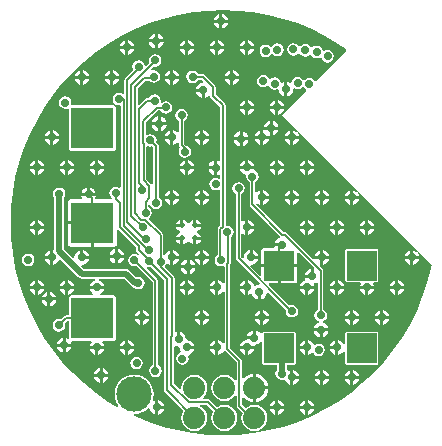
<source format=gbl>
G04 Layer_Physical_Order=4*
G04 Layer_Color=16711680*
%FSLAX25Y25*%
%MOIN*%
G70*
G01*
G75*
%ADD36C,0.00600*%
%ADD37C,0.02000*%
%ADD38C,0.07400*%
%ADD39C,0.11811*%
%ADD40C,0.01968*%
%ADD41C,0.02900*%
%ADD42R,0.09842X0.09842*%
%ADD43R,0.14173X0.13780*%
G36*
X-38660Y37632D02*
X-33628Y37091D01*
X-28648Y36192D01*
X-23744Y34941D01*
X-18942Y33342D01*
X-14266Y31406D01*
X-9741Y29140D01*
X-5389Y26558D01*
X-2707Y24696D01*
X-2662Y24198D01*
X-12619Y14241D01*
X-13262Y14305D01*
X-13481Y14632D01*
X-14160Y15085D01*
X-14959Y15245D01*
X-15759Y15085D01*
X-16437Y14632D01*
X-16500Y14538D01*
X-17101Y14539D01*
X-17369Y14940D01*
X-18047Y15393D01*
X-18847Y15552D01*
X-19647Y15393D01*
X-20325Y14940D01*
X-20778Y14262D01*
X-20894Y13680D01*
X-21373Y13430D01*
X-21415Y13427D01*
X-21861Y13725D01*
X-22317Y13816D01*
Y11417D01*
Y9019D01*
X-21861Y9110D01*
X-21051Y9651D01*
X-20509Y10461D01*
X-20319Y11417D01*
X-19860Y11673D01*
X-19647Y11531D01*
X-18847Y11372D01*
X-18047Y11531D01*
X-17369Y11984D01*
X-17306Y12078D01*
X-16705Y12077D01*
X-16437Y11676D01*
X-16110Y11457D01*
X-16046Y10814D01*
X-24080Y2780D01*
X-18852Y-2448D01*
X-19171Y-2836D01*
X-19331Y-2730D01*
X-19861Y-2375D01*
X-20317Y-2284D01*
Y-4183D01*
X-18419D01*
X-18509Y-3727D01*
X-18864Y-3196D01*
X-18971Y-3036D01*
X-18583Y-2717D01*
X1148Y-22448D01*
X829Y-22836D01*
X669Y-22729D01*
X139Y-22375D01*
X-317Y-22284D01*
Y-24183D01*
X1581D01*
X1491Y-23727D01*
X1136Y-23196D01*
X1029Y-23036D01*
X1418Y-22717D01*
X21148Y-42448D01*
X20829Y-42836D01*
X20669Y-42729D01*
X20139Y-42375D01*
X19683Y-42284D01*
Y-44183D01*
X21581D01*
X21490Y-43727D01*
X21136Y-43196D01*
X21029Y-43036D01*
X21418Y-42718D01*
X25756Y-47056D01*
X25558Y-48153D01*
X24306Y-53056D01*
X22708Y-57858D01*
X20771Y-62534D01*
X18506Y-67059D01*
X15924Y-71412D01*
X13037Y-75569D01*
X9862Y-79509D01*
X6413Y-83213D01*
X2709Y-86662D01*
X-1231Y-89837D01*
X-5389Y-92724D01*
X-9741Y-95306D01*
X-14266Y-97571D01*
X-18942Y-99508D01*
X-23744Y-101106D01*
X-28648Y-102358D01*
X-33628Y-103256D01*
X-38660Y-103797D01*
X-43717Y-103978D01*
X-48775Y-103797D01*
X-53807Y-103256D01*
X-58787Y-102358D01*
X-63691Y-101106D01*
X-68493Y-99508D01*
X-73168Y-97571D01*
X-73727Y-97292D01*
X-73586Y-96803D01*
X-73417Y-96820D01*
X-72142Y-96694D01*
X-70916Y-96322D01*
X-69786Y-95718D01*
X-68795Y-94905D01*
X-68784Y-94891D01*
X-68247Y-95026D01*
X-68125Y-95639D01*
X-67584Y-96449D01*
X-66773Y-96991D01*
X-66317Y-97081D01*
Y-94683D01*
Y-92284D01*
X-66729Y-92366D01*
X-67164Y-92081D01*
X-67006Y-91558D01*
X-66880Y-90283D01*
X-67006Y-89007D01*
X-67378Y-87781D01*
X-67982Y-86651D01*
X-68795Y-85660D01*
X-69786Y-84847D01*
X-70916Y-84243D01*
X-72142Y-83871D01*
X-73417Y-83746D01*
X-74693Y-83871D01*
X-75919Y-84243D01*
X-77049Y-84847D01*
X-78040Y-85660D01*
X-78853Y-86651D01*
X-79457Y-87781D01*
X-79829Y-89007D01*
X-79954Y-90283D01*
X-79829Y-91558D01*
X-79457Y-92784D01*
X-78853Y-93914D01*
X-78657Y-94153D01*
X-78987Y-94538D01*
X-82046Y-92724D01*
X-86203Y-89837D01*
X-90144Y-86662D01*
X-93848Y-83213D01*
X-97296Y-79509D01*
X-100472Y-75569D01*
X-103358Y-71412D01*
X-105940Y-67059D01*
X-108206Y-62534D01*
X-110143Y-57858D01*
X-111741Y-53056D01*
X-112992Y-48153D01*
X-113891Y-43172D01*
X-114432Y-38140D01*
X-114612Y-33083D01*
X-114432Y-28025D01*
X-113891Y-22993D01*
X-112992Y-18013D01*
X-111741Y-13109D01*
X-110143Y-8307D01*
X-108206Y-3632D01*
X-105940Y894D01*
X-103358Y5246D01*
X-100472Y9403D01*
X-97296Y13344D01*
X-93848Y17048D01*
X-90144Y20496D01*
X-86203Y23672D01*
X-82046Y26558D01*
X-77694Y29140D01*
X-73168Y31406D01*
X-68493Y33342D01*
X-63691Y34941D01*
X-58787Y36192D01*
X-53807Y37091D01*
X-48775Y37632D01*
X-43717Y37813D01*
X-38660Y37632D01*
D02*
G37*
%LPC*%
G36*
X-36317Y-52284D02*
X-36773Y-52375D01*
X-37584Y-52916D01*
X-38125Y-53727D01*
X-38216Y-54183D01*
X-36317D01*
Y-52284D01*
D02*
G37*
G36*
X-46317D02*
X-46773Y-52375D01*
X-47584Y-52916D01*
X-48125Y-53727D01*
X-48216Y-54183D01*
X-46317D01*
Y-52284D01*
D02*
G37*
G36*
X-5317D02*
Y-54183D01*
X-3419D01*
X-3509Y-53727D01*
X-4051Y-52916D01*
X-4861Y-52375D01*
X-5317Y-52284D01*
D02*
G37*
G36*
X-6317D02*
X-6773Y-52375D01*
X-7584Y-52916D01*
X-8125Y-53727D01*
X-8216Y-54183D01*
X-6317D01*
Y-52284D01*
D02*
G37*
G36*
X-95317D02*
Y-54183D01*
X-93419D01*
X-93510Y-53727D01*
X-94051Y-52916D01*
X-94861Y-52375D01*
X-95317Y-52284D01*
D02*
G37*
G36*
X-96317D02*
X-96773Y-52375D01*
X-97584Y-52916D01*
X-98125Y-53727D01*
X-98216Y-54183D01*
X-96317D01*
Y-52284D01*
D02*
G37*
G36*
X-55317D02*
Y-54183D01*
X-53419D01*
X-53509Y-53727D01*
X-54051Y-52916D01*
X-54861Y-52375D01*
X-55317Y-52284D01*
D02*
G37*
G36*
X-56317D02*
X-56773Y-52375D01*
X-57584Y-52916D01*
X-58125Y-53727D01*
X-58216Y-54183D01*
X-56317D01*
Y-52284D01*
D02*
G37*
G36*
X7384Y-41833D02*
X-2459D01*
X-2918Y-42023D01*
X-3108Y-42482D01*
Y-52324D01*
X-2918Y-52784D01*
X-2459Y-52974D01*
X1848D01*
X2083Y-53415D01*
X1875Y-53727D01*
X1784Y-54183D01*
X6581D01*
X6491Y-53727D01*
X6282Y-53415D01*
X6518Y-52974D01*
X7384D01*
X7843Y-52784D01*
X8033Y-52324D01*
Y-42482D01*
X7843Y-42023D01*
X7384Y-41833D01*
D02*
G37*
G36*
X-53019Y-48283D02*
X-54917D01*
Y-50181D01*
X-54461Y-50090D01*
X-53651Y-49549D01*
X-53110Y-48739D01*
X-53019Y-48283D01*
D02*
G37*
G36*
X-55917D02*
X-57816D01*
X-57725Y-48739D01*
X-57184Y-49549D01*
X-56373Y-50090D01*
X-55917Y-50181D01*
Y-48283D01*
D02*
G37*
G36*
Y-45384D02*
X-56373Y-45475D01*
X-57184Y-46016D01*
X-57725Y-46827D01*
X-57816Y-47283D01*
X-55917D01*
Y-45384D01*
D02*
G37*
G36*
X-108717Y-43393D02*
X-109517Y-43552D01*
X-110195Y-44005D01*
X-110648Y-44683D01*
X-110808Y-45483D01*
X-110648Y-46283D01*
X-110195Y-46961D01*
X-109517Y-47414D01*
X-108717Y-47573D01*
X-107917Y-47414D01*
X-107239Y-46961D01*
X-106786Y-46283D01*
X-106627Y-45483D01*
X-106786Y-44683D01*
X-107239Y-44005D01*
X-107917Y-43552D01*
X-108717Y-43393D01*
D02*
G37*
G36*
X14683Y-52284D02*
Y-54183D01*
X16581D01*
X16490Y-53727D01*
X15949Y-52916D01*
X15139Y-52375D01*
X14683Y-52284D01*
D02*
G37*
G36*
X13683D02*
X13227Y-52375D01*
X12416Y-52916D01*
X11875Y-53727D01*
X11784Y-54183D01*
X13683D01*
Y-52284D01*
D02*
G37*
G36*
X-14617Y-48484D02*
X-15073Y-48575D01*
X-15884Y-49116D01*
X-16425Y-49927D01*
X-16516Y-50383D01*
X-14617D01*
Y-48484D01*
D02*
G37*
G36*
X-19156Y-47903D02*
X-24597D01*
Y-53344D01*
X-20176D01*
X-19785Y-53266D01*
X-19455Y-53045D01*
X-19234Y-52715D01*
X-19156Y-52324D01*
Y-47903D01*
D02*
G37*
G36*
X-105317Y-52284D02*
Y-54183D01*
X-103419D01*
X-103509Y-53727D01*
X-104051Y-52916D01*
X-104861Y-52375D01*
X-105317Y-52284D01*
D02*
G37*
G36*
X-53419Y-55183D02*
X-55317D01*
Y-57081D01*
X-54861Y-56990D01*
X-54051Y-56449D01*
X-53509Y-55639D01*
X-53419Y-55183D01*
D02*
G37*
G36*
X-56317D02*
X-58216D01*
X-58125Y-55639D01*
X-57584Y-56449D01*
X-56773Y-56990D01*
X-56317Y-57081D01*
Y-55183D01*
D02*
G37*
G36*
X-36317D02*
X-38216D01*
X-38125Y-55639D01*
X-37584Y-56449D01*
X-36773Y-56990D01*
X-36317Y-57081D01*
Y-55183D01*
D02*
G37*
G36*
X-46317D02*
X-48216D01*
X-48125Y-55639D01*
X-47584Y-56449D01*
X-46773Y-56990D01*
X-46317Y-57081D01*
Y-55183D01*
D02*
G37*
G36*
X-93419D02*
X-95317D01*
Y-57081D01*
X-94861Y-56990D01*
X-94051Y-56449D01*
X-93510Y-55639D01*
X-93419Y-55183D01*
D02*
G37*
G36*
X-106317D02*
X-108216D01*
X-108125Y-55639D01*
X-107584Y-56449D01*
X-106773Y-56990D01*
X-106317Y-57081D01*
Y-55183D01*
D02*
G37*
G36*
X-101317Y-56084D02*
Y-57983D01*
X-99419D01*
X-99510Y-57527D01*
X-100051Y-56716D01*
X-100861Y-56175D01*
X-101317Y-56084D01*
D02*
G37*
G36*
X-96317Y-55183D02*
X-98216D01*
X-98125Y-55639D01*
X-97584Y-56449D01*
X-96773Y-56990D01*
X-96317Y-57081D01*
Y-55183D01*
D02*
G37*
G36*
X-103419D02*
X-105317D01*
Y-57081D01*
X-104861Y-56990D01*
X-104051Y-56449D01*
X-103509Y-55639D01*
X-103419Y-55183D01*
D02*
G37*
G36*
X13683D02*
X11784D01*
X11875Y-55639D01*
X12416Y-56449D01*
X13227Y-56990D01*
X13683Y-57081D01*
Y-55183D01*
D02*
G37*
G36*
X6581D02*
X4683D01*
Y-57081D01*
X5139Y-56990D01*
X5949Y-56449D01*
X6491Y-55639D01*
X6581Y-55183D01*
D02*
G37*
G36*
X-106317Y-52284D02*
X-106773Y-52375D01*
X-107584Y-52916D01*
X-108125Y-53727D01*
X-108216Y-54183D01*
X-106317D01*
Y-52284D01*
D02*
G37*
G36*
X16581Y-55183D02*
X14683D01*
Y-57081D01*
X15139Y-56990D01*
X15949Y-56449D01*
X16490Y-55639D01*
X16581Y-55183D01*
D02*
G37*
G36*
X3683D02*
X1784D01*
X1875Y-55639D01*
X2416Y-56449D01*
X3227Y-56990D01*
X3683Y-57081D01*
Y-55183D01*
D02*
G37*
G36*
X-13419D02*
X-15317D01*
Y-57081D01*
X-14861Y-56990D01*
X-14051Y-56449D01*
X-13510Y-55639D01*
X-13419Y-55183D01*
D02*
G37*
G36*
X-16317D02*
X-18216D01*
X-18125Y-55639D01*
X-17584Y-56449D01*
X-16773Y-56990D01*
X-16317Y-57081D01*
Y-55183D01*
D02*
G37*
G36*
X-3419D02*
X-5317D01*
Y-57081D01*
X-4861Y-56990D01*
X-4051Y-56449D01*
X-3509Y-55639D01*
X-3419Y-55183D01*
D02*
G37*
G36*
X-6317D02*
X-8216D01*
X-8125Y-55639D01*
X-7584Y-56449D01*
X-6773Y-56990D01*
X-6317Y-57081D01*
Y-55183D01*
D02*
G37*
G36*
X-54917Y-45384D02*
Y-47283D01*
X-53019D01*
X-53110Y-46827D01*
X-53651Y-46016D01*
X-54461Y-45475D01*
X-54917Y-45384D01*
D02*
G37*
G36*
X-106317Y-35183D02*
X-108216D01*
X-108125Y-35639D01*
X-107584Y-36449D01*
X-106773Y-36990D01*
X-106317Y-37081D01*
Y-35183D01*
D02*
G37*
G36*
X-51228Y-38848D02*
X-52652D01*
Y-40272D01*
X-52378Y-40217D01*
X-51721Y-39779D01*
X-51283Y-39122D01*
X-51228Y-38848D01*
D02*
G37*
G36*
X-38617Y-19592D02*
X-39417Y-19752D01*
X-40095Y-20205D01*
X-40548Y-20883D01*
X-40707Y-21683D01*
X-40548Y-22483D01*
X-40095Y-23161D01*
X-39535Y-23535D01*
Y-44998D01*
X-39465Y-45349D01*
X-39266Y-45647D01*
X-31570Y-53343D01*
X-31816Y-53804D01*
X-32673Y-53975D01*
X-32994Y-54189D01*
X-33456Y-53998D01*
X-33509Y-53727D01*
X-34051Y-52916D01*
X-34861Y-52375D01*
X-35317Y-52284D01*
Y-54683D01*
Y-57081D01*
X-34861Y-56990D01*
X-34541Y-56776D01*
X-34079Y-56968D01*
X-34025Y-57239D01*
X-33484Y-58049D01*
X-32673Y-58591D01*
X-32217Y-58681D01*
Y-56283D01*
X-31217D01*
Y-58681D01*
X-30761Y-58591D01*
X-29951Y-58049D01*
X-29410Y-57239D01*
X-29239Y-56381D01*
X-28778Y-56135D01*
X-22812Y-62101D01*
X-22907Y-62583D01*
X-22748Y-63383D01*
X-22295Y-64061D01*
X-21617Y-64514D01*
X-20817Y-64673D01*
X-20017Y-64514D01*
X-19339Y-64061D01*
X-18886Y-63383D01*
X-18727Y-62583D01*
X-18886Y-61783D01*
X-19339Y-61105D01*
X-20017Y-60652D01*
X-20817Y-60492D01*
X-21617Y-60652D01*
X-21646Y-60671D01*
X-28512Y-53806D01*
X-28320Y-53344D01*
X-25597D01*
Y-47903D01*
X-31038D01*
Y-50627D01*
X-31500Y-50818D01*
X-34804Y-47514D01*
X-34558Y-47053D01*
X-34417Y-47081D01*
X-33461Y-46891D01*
X-32651Y-46349D01*
X-32109Y-45539D01*
X-32019Y-45083D01*
X-34417D01*
Y-44583D01*
X-34917D01*
Y-42184D01*
X-35373Y-42275D01*
X-36184Y-42816D01*
X-36725Y-43627D01*
X-36915Y-44583D01*
X-36887Y-44723D01*
X-37348Y-44969D01*
X-37700Y-44618D01*
Y-36973D01*
X-37200Y-36706D01*
X-36773Y-36990D01*
X-36317Y-37081D01*
Y-34683D01*
Y-32284D01*
X-36773Y-32375D01*
X-37200Y-32660D01*
X-37700Y-32392D01*
Y-23535D01*
X-37139Y-23161D01*
X-36686Y-22483D01*
X-36527Y-21683D01*
X-36686Y-20883D01*
X-37139Y-20205D01*
X-37817Y-19752D01*
X-38617Y-19592D01*
D02*
G37*
G36*
X-103419Y-35183D02*
X-105317D01*
Y-37081D01*
X-104861Y-36990D01*
X-104051Y-36449D01*
X-103509Y-35639D01*
X-103419Y-35183D01*
D02*
G37*
G36*
X-57983Y-38848D02*
X-59406D01*
X-59352Y-39122D01*
X-58913Y-39779D01*
X-58257Y-40217D01*
X-57983Y-40272D01*
Y-38848D01*
D02*
G37*
G36*
X-79717Y-41884D02*
X-80173Y-41975D01*
X-80984Y-42516D01*
X-81525Y-43327D01*
X-81616Y-43783D01*
X-79717D01*
Y-41884D01*
D02*
G37*
G36*
X-33917Y-42184D02*
Y-44083D01*
X-32019D01*
X-32109Y-43627D01*
X-32651Y-42816D01*
X-33461Y-42275D01*
X-33917Y-42184D01*
D02*
G37*
G36*
X-87817Y-33683D02*
X-95424D01*
Y-40072D01*
X-95346Y-40463D01*
X-95125Y-40793D01*
X-94794Y-41014D01*
X-94404Y-41092D01*
X-87817D01*
Y-33683D01*
D02*
G37*
G36*
X-78717Y-41884D02*
Y-43783D01*
X-76819D01*
X-76910Y-43327D01*
X-77451Y-42516D01*
X-78261Y-41975D01*
X-78717Y-41884D01*
D02*
G37*
G36*
X6581Y-35183D02*
X4683D01*
Y-37081D01*
X5139Y-36990D01*
X5949Y-36449D01*
X6491Y-35639D01*
X6581Y-35183D01*
D02*
G37*
G36*
X3683D02*
X1784D01*
X1875Y-35639D01*
X2416Y-36449D01*
X3227Y-36990D01*
X3683Y-37081D01*
Y-35183D01*
D02*
G37*
G36*
X-105317Y-32284D02*
Y-34183D01*
X-103419D01*
X-103509Y-33727D01*
X-104051Y-32916D01*
X-104861Y-32375D01*
X-105317Y-32284D01*
D02*
G37*
G36*
X-106317D02*
X-106773Y-32375D01*
X-107584Y-32916D01*
X-108125Y-33727D01*
X-108216Y-34183D01*
X-106317D01*
Y-32284D01*
D02*
G37*
G36*
X-3419Y-35183D02*
X-5317D01*
Y-37081D01*
X-4861Y-36990D01*
X-4051Y-36449D01*
X-3509Y-35639D01*
X-3419Y-35183D01*
D02*
G37*
G36*
X-16317D02*
X-18216D01*
X-18125Y-35639D01*
X-17584Y-36449D01*
X-16773Y-36990D01*
X-16317Y-37081D01*
Y-35183D01*
D02*
G37*
G36*
X-33419D02*
X-35317D01*
Y-37081D01*
X-34861Y-36990D01*
X-34051Y-36449D01*
X-33509Y-35639D01*
X-33419Y-35183D01*
D02*
G37*
G36*
X-6317D02*
X-8216D01*
X-8125Y-35639D01*
X-7584Y-36449D01*
X-6773Y-36990D01*
X-6317Y-37081D01*
Y-35183D01*
D02*
G37*
G36*
X-13419D02*
X-15317D01*
Y-37081D01*
X-14861Y-36990D01*
X-14051Y-36449D01*
X-13510Y-35639D01*
X-13419Y-35183D01*
D02*
G37*
G36*
X18683Y-45183D02*
X16784D01*
X16875Y-45639D01*
X17416Y-46449D01*
X18227Y-46990D01*
X18683Y-47081D01*
Y-45183D01*
D02*
G37*
G36*
X-8419D02*
X-10317D01*
Y-47081D01*
X-9861Y-46990D01*
X-9051Y-46449D01*
X-8510Y-45639D01*
X-8419Y-45183D01*
D02*
G37*
G36*
X-79717Y-44783D02*
X-81616D01*
X-81525Y-45239D01*
X-80984Y-46049D01*
X-80173Y-46591D01*
X-79717Y-46681D01*
Y-44783D01*
D02*
G37*
G36*
X21581Y-45183D02*
X19683D01*
Y-47081D01*
X20139Y-46990D01*
X20949Y-46449D01*
X21490Y-45639D01*
X21581Y-45183D01*
D02*
G37*
G36*
X-48419D02*
X-50317D01*
Y-47081D01*
X-49861Y-46990D01*
X-49051Y-46449D01*
X-48509Y-45639D01*
X-48419Y-45183D01*
D02*
G37*
G36*
X-101317D02*
X-103216D01*
X-103125Y-45639D01*
X-102584Y-46449D01*
X-101773Y-46990D01*
X-101317Y-47081D01*
Y-45183D01*
D02*
G37*
G36*
X-98417Y-21393D02*
X-99217Y-21552D01*
X-99895Y-22005D01*
X-100348Y-22683D01*
X-100507Y-23483D01*
X-100348Y-24283D01*
X-100049Y-24731D01*
Y-41943D01*
X-100317Y-42164D01*
Y-44683D01*
Y-47081D01*
X-99861Y-46990D01*
X-99051Y-46449D01*
X-98510Y-45639D01*
X-98473Y-45457D01*
X-97995Y-45312D01*
X-91971Y-51336D01*
X-91442Y-51690D01*
X-90817Y-51814D01*
X-86517D01*
X-86468Y-52314D01*
X-86773Y-52375D01*
X-87584Y-52916D01*
X-88125Y-53727D01*
X-88216Y-54183D01*
X-83419D01*
X-83509Y-53727D01*
X-84051Y-52916D01*
X-84861Y-52375D01*
X-85167Y-52314D01*
X-85118Y-51814D01*
X-76693D01*
X-74171Y-54336D01*
X-73642Y-54690D01*
X-73371Y-54744D01*
X-72817Y-55114D01*
X-72017Y-55273D01*
X-71217Y-55114D01*
X-70539Y-54661D01*
X-70086Y-53983D01*
X-69927Y-53183D01*
X-70086Y-52383D01*
X-70539Y-51705D01*
X-71217Y-51252D01*
X-72017Y-51092D01*
X-72671Y-51222D01*
X-74864Y-49029D01*
X-75393Y-48676D01*
X-76017Y-48551D01*
X-90142D01*
X-91076Y-47617D01*
X-90840Y-47176D01*
X-90817Y-47181D01*
X-89861Y-46990D01*
X-89051Y-46449D01*
X-88510Y-45639D01*
X-88419Y-45183D01*
X-90817D01*
Y-44683D01*
X-91317D01*
Y-42284D01*
X-91773Y-42375D01*
X-92584Y-42916D01*
X-93125Y-43727D01*
X-93315Y-44683D01*
X-93311Y-44706D01*
X-93752Y-44941D01*
X-96786Y-41907D01*
Y-24731D01*
X-96486Y-24283D01*
X-96327Y-23483D01*
X-96486Y-22683D01*
X-96939Y-22005D01*
X-97617Y-21552D01*
X-98417Y-21393D01*
D02*
G37*
G36*
X-51317Y-45183D02*
X-53216D01*
X-53125Y-45639D01*
X-52584Y-46449D01*
X-51773Y-46990D01*
X-51317Y-47081D01*
Y-45183D01*
D02*
G37*
G36*
X-58419D02*
X-60317D01*
Y-47081D01*
X-59861Y-46990D01*
X-59051Y-46449D01*
X-58509Y-45639D01*
X-58419Y-45183D01*
D02*
G37*
G36*
X-11317Y-42284D02*
X-11773Y-42375D01*
X-12584Y-42916D01*
X-13125Y-43727D01*
X-13216Y-44183D01*
X-11317D01*
Y-42284D01*
D02*
G37*
G36*
X-50317D02*
Y-44183D01*
X-48419D01*
X-48509Y-43727D01*
X-49051Y-42916D01*
X-49861Y-42375D01*
X-50317Y-42284D01*
D02*
G37*
G36*
X18683D02*
X18227Y-42375D01*
X17416Y-42916D01*
X16875Y-43727D01*
X16784Y-44183D01*
X18683D01*
Y-42284D01*
D02*
G37*
G36*
X-10317D02*
Y-44183D01*
X-8419D01*
X-8510Y-43727D01*
X-9051Y-42916D01*
X-9861Y-42375D01*
X-10317Y-42284D01*
D02*
G37*
G36*
X-51317D02*
X-51773Y-42375D01*
X-52584Y-42916D01*
X-53125Y-43727D01*
X-53216Y-44183D01*
X-51317D01*
Y-42284D01*
D02*
G37*
G36*
X-101317D02*
X-101773Y-42375D01*
X-102584Y-42916D01*
X-103125Y-43727D01*
X-103216Y-44183D01*
X-101317D01*
Y-42284D01*
D02*
G37*
G36*
X-76819Y-44783D02*
X-78717D01*
Y-46681D01*
X-78261Y-46591D01*
X-77451Y-46049D01*
X-76910Y-45239D01*
X-76819Y-44783D01*
D02*
G37*
G36*
X-60317Y-42284D02*
Y-44183D01*
X-58419D01*
X-58509Y-43727D01*
X-59051Y-42916D01*
X-59861Y-42375D01*
X-60317Y-42284D01*
D02*
G37*
G36*
X-90317D02*
Y-44183D01*
X-88419D01*
X-88510Y-43727D01*
X-89051Y-42916D01*
X-89861Y-42375D01*
X-90317Y-42284D01*
D02*
G37*
G36*
X-102317Y-56084D02*
X-102773Y-56175D01*
X-103584Y-56716D01*
X-104125Y-57527D01*
X-104216Y-57983D01*
X-102317D01*
Y-56084D01*
D02*
G37*
G36*
X-317Y-82284D02*
Y-84183D01*
X1581D01*
X1491Y-83727D01*
X949Y-82916D01*
X139Y-82375D01*
X-317Y-82284D01*
D02*
G37*
G36*
X-1317D02*
X-1773Y-82375D01*
X-2584Y-82916D01*
X-3125Y-83727D01*
X-3216Y-84183D01*
X-1317D01*
Y-82284D01*
D02*
G37*
G36*
X-83917Y-81584D02*
Y-83483D01*
X-82019D01*
X-82109Y-83027D01*
X-82651Y-82216D01*
X-83461Y-81675D01*
X-83917Y-81584D01*
D02*
G37*
G36*
X-84917D02*
X-85373Y-81675D01*
X-86184Y-82216D01*
X-86725Y-83027D01*
X-86816Y-83483D01*
X-84917D01*
Y-81584D01*
D02*
G37*
G36*
X-10317Y-82284D02*
Y-84183D01*
X-8419D01*
X-8510Y-83727D01*
X-9051Y-82916D01*
X-9861Y-82375D01*
X-10317Y-82284D01*
D02*
G37*
G36*
X-82019Y-84483D02*
X-83917D01*
Y-86381D01*
X-83461Y-86291D01*
X-82651Y-85749D01*
X-82109Y-84939D01*
X-82019Y-84483D01*
D02*
G37*
G36*
X-84917D02*
X-86816D01*
X-86725Y-84939D01*
X-86184Y-85749D01*
X-85373Y-86291D01*
X-84917Y-86381D01*
Y-84483D01*
D02*
G37*
G36*
X-11317Y-82284D02*
X-11773Y-82375D01*
X-12584Y-82916D01*
X-13125Y-83727D01*
X-13216Y-84183D01*
X-11317D01*
Y-82284D01*
D02*
G37*
G36*
X-20317D02*
Y-84183D01*
X-18419D01*
X-18509Y-83727D01*
X-19051Y-82916D01*
X-19861Y-82375D01*
X-20317Y-82284D01*
D02*
G37*
G36*
X-46317Y-75183D02*
X-48216D01*
X-48125Y-75639D01*
X-47584Y-76449D01*
X-46773Y-76990D01*
X-46317Y-77081D01*
Y-75183D01*
D02*
G37*
G36*
X-73419D02*
X-75317D01*
Y-77081D01*
X-74861Y-76990D01*
X-74051Y-76449D01*
X-73510Y-75639D01*
X-73419Y-75183D01*
D02*
G37*
G36*
X-33419D02*
X-35317D01*
Y-77081D01*
X-34861Y-76990D01*
X-34051Y-76449D01*
X-33509Y-75639D01*
X-33419Y-75183D01*
D02*
G37*
G36*
X-36317D02*
X-38216D01*
X-38125Y-75639D01*
X-37584Y-76449D01*
X-36773Y-76990D01*
X-36317Y-77081D01*
Y-75183D01*
D02*
G37*
G36*
X-76317D02*
X-78216D01*
X-78125Y-75639D01*
X-77584Y-76449D01*
X-76773Y-76990D01*
X-76317Y-77081D01*
Y-75183D01*
D02*
G37*
G36*
X-15317Y-72284D02*
Y-74683D01*
Y-77081D01*
X-14861Y-76990D01*
X-14250Y-76582D01*
X-13676Y-76625D01*
X-13593Y-76664D01*
X-13395Y-76961D01*
X-12717Y-77414D01*
X-11917Y-77573D01*
X-11117Y-77414D01*
X-10439Y-76961D01*
X-9986Y-76283D01*
X-9827Y-75483D01*
X-9986Y-74683D01*
X-10439Y-74005D01*
X-11117Y-73552D01*
X-11917Y-73392D01*
X-12717Y-73552D01*
X-12997Y-73739D01*
X-13510Y-73727D01*
X-14051Y-72916D01*
X-14861Y-72375D01*
X-15317Y-72284D01*
D02*
G37*
G36*
X-72617Y-77793D02*
X-73417Y-77952D01*
X-74095Y-78405D01*
X-74548Y-79083D01*
X-74708Y-79883D01*
X-74548Y-80683D01*
X-74095Y-81361D01*
X-73417Y-81814D01*
X-72617Y-81973D01*
X-71817Y-81814D01*
X-71139Y-81361D01*
X-70686Y-80683D01*
X-70527Y-79883D01*
X-70686Y-79083D01*
X-71139Y-78405D01*
X-71817Y-77952D01*
X-72617Y-77793D01*
D02*
G37*
G36*
X-83419Y-75183D02*
X-85317D01*
Y-77081D01*
X-84861Y-76990D01*
X-84051Y-76449D01*
X-83509Y-75639D01*
X-83419Y-75183D01*
D02*
G37*
G36*
X-86317D02*
X-88216D01*
X-88125Y-75639D01*
X-87584Y-76449D01*
X-86773Y-76990D01*
X-86317Y-77081D01*
Y-75183D01*
D02*
G37*
G36*
X-26317Y-92284D02*
X-26773Y-92375D01*
X-27584Y-92916D01*
X-28125Y-93727D01*
X-28216Y-94183D01*
X-26317D01*
Y-92284D01*
D02*
G37*
G36*
X-65317D02*
Y-94183D01*
X-63419D01*
X-63510Y-93727D01*
X-64051Y-92916D01*
X-64861Y-92375D01*
X-65317Y-92284D01*
D02*
G37*
G36*
X-16317D02*
X-16773Y-92375D01*
X-17584Y-92916D01*
X-18125Y-93727D01*
X-18216Y-94183D01*
X-16317D01*
Y-92284D01*
D02*
G37*
G36*
X-25317D02*
Y-94183D01*
X-23419D01*
X-23509Y-93727D01*
X-24051Y-92916D01*
X-24861Y-92375D01*
X-25317Y-92284D01*
D02*
G37*
G36*
X-13419Y-95183D02*
X-15317D01*
Y-97081D01*
X-14861Y-96991D01*
X-14051Y-96449D01*
X-13510Y-95639D01*
X-13419Y-95183D01*
D02*
G37*
G36*
X-26317D02*
X-28216D01*
X-28125Y-95639D01*
X-27584Y-96449D01*
X-26773Y-96991D01*
X-26317Y-97081D01*
Y-95183D01*
D02*
G37*
G36*
X-63419D02*
X-65317D01*
Y-97081D01*
X-64861Y-96991D01*
X-64051Y-96449D01*
X-63510Y-95639D01*
X-63419Y-95183D01*
D02*
G37*
G36*
X-16317D02*
X-18216D01*
X-18125Y-95639D01*
X-17584Y-96449D01*
X-16773Y-96991D01*
X-16317Y-97081D01*
Y-95183D01*
D02*
G37*
G36*
X-23419D02*
X-25317D01*
Y-97081D01*
X-24861Y-96991D01*
X-24051Y-96449D01*
X-23509Y-95639D01*
X-23419Y-95183D01*
D02*
G37*
G36*
X-8419Y-85183D02*
X-10317D01*
Y-87081D01*
X-9861Y-86990D01*
X-9051Y-86449D01*
X-8510Y-85639D01*
X-8419Y-85183D01*
D02*
G37*
G36*
X-11317D02*
X-13216D01*
X-13125Y-85639D01*
X-12584Y-86449D01*
X-11773Y-86990D01*
X-11317Y-87081D01*
Y-85183D01*
D02*
G37*
G36*
X1581D02*
X-317D01*
Y-87081D01*
X139Y-86990D01*
X949Y-86449D01*
X1491Y-85639D01*
X1581Y-85183D01*
D02*
G37*
G36*
X-1317D02*
X-3216D01*
X-3125Y-85639D01*
X-2584Y-86449D01*
X-1773Y-86990D01*
X-1317Y-87081D01*
Y-85183D01*
D02*
G37*
G36*
X-18419D02*
X-20317D01*
Y-87081D01*
X-19861Y-86990D01*
X-19051Y-86449D01*
X-18509Y-85639D01*
X-18419Y-85183D01*
D02*
G37*
G36*
X-28643Y-88683D02*
X-32817D01*
Y-92857D01*
X-32090Y-92762D01*
X-30947Y-92288D01*
X-29965Y-91535D01*
X-29212Y-90553D01*
X-28738Y-89410D01*
X-28643Y-88683D01*
D02*
G37*
G36*
X-15317Y-92284D02*
Y-94183D01*
X-13419D01*
X-13510Y-93727D01*
X-14051Y-92916D01*
X-14861Y-92375D01*
X-15317Y-92284D01*
D02*
G37*
G36*
X-32817Y-68984D02*
Y-71383D01*
X-33317D01*
Y-71883D01*
X-35856D01*
X-36109Y-72243D01*
X-36773Y-72375D01*
X-37584Y-72916D01*
X-38125Y-73727D01*
X-38216Y-74183D01*
X-33279D01*
X-33025Y-73823D01*
X-32361Y-73690D01*
X-31551Y-73149D01*
X-31168Y-72575D01*
X-30667Y-72727D01*
Y-79883D01*
X-30477Y-80343D01*
X-30018Y-80533D01*
X-25849D01*
Y-82134D01*
X-26148Y-82583D01*
X-26307Y-83383D01*
X-26148Y-84183D01*
X-25695Y-84861D01*
X-25017Y-85314D01*
X-24217Y-85473D01*
X-23417Y-85314D01*
X-23169Y-85417D01*
X-23125Y-85639D01*
X-22584Y-86449D01*
X-21773Y-86990D01*
X-21317Y-87081D01*
Y-84683D01*
Y-82284D01*
X-21773Y-82375D01*
X-21847Y-82424D01*
X-22502Y-82260D01*
X-22586Y-82134D01*
Y-80533D01*
X-20176D01*
X-19716Y-80343D01*
X-19526Y-79883D01*
Y-70041D01*
X-19716Y-69582D01*
X-20176Y-69392D01*
X-30018D01*
X-30477Y-69582D01*
X-30667Y-70041D01*
X-31168Y-70190D01*
X-31551Y-69616D01*
X-32361Y-69075D01*
X-32817Y-68984D01*
D02*
G37*
G36*
Y-83508D02*
Y-87683D01*
X-28643D01*
X-28738Y-86956D01*
X-29212Y-85812D01*
X-29965Y-84831D01*
X-30947Y-84077D01*
X-32090Y-83604D01*
X-32817Y-83508D01*
D02*
G37*
G36*
X-16317Y-75183D02*
X-18216D01*
X-18125Y-75639D01*
X-17584Y-76449D01*
X-16773Y-76990D01*
X-16317Y-77081D01*
Y-75183D01*
D02*
G37*
G36*
X-71317Y-62284D02*
X-71773Y-62375D01*
X-72584Y-62916D01*
X-73125Y-63727D01*
X-73216Y-64183D01*
X-71317D01*
Y-62284D01*
D02*
G37*
G36*
X-83419Y-55183D02*
X-88216D01*
X-88125Y-55639D01*
X-87584Y-56449D01*
X-87004Y-56836D01*
X-87156Y-57336D01*
X-94404D01*
X-94863Y-57527D01*
X-95053Y-57986D01*
Y-63958D01*
X-96110D01*
X-96461Y-64028D01*
X-96759Y-64227D01*
X-97856Y-65324D01*
X-98517Y-65193D01*
X-99317Y-65352D01*
X-99995Y-65805D01*
X-100448Y-66483D01*
X-100608Y-67283D01*
X-100448Y-68083D01*
X-99995Y-68761D01*
X-99317Y-69214D01*
X-98517Y-69373D01*
X-97717Y-69214D01*
X-97039Y-68761D01*
X-96586Y-68083D01*
X-96427Y-67283D01*
X-96559Y-66622D01*
X-95730Y-65793D01*
X-95053D01*
Y-71447D01*
X-95553Y-71714D01*
X-95761Y-71575D01*
X-96217Y-71484D01*
Y-73383D01*
X-94319D01*
X-94410Y-72927D01*
X-94423Y-72907D01*
X-94150Y-72415D01*
X-87694D01*
X-87549Y-72893D01*
X-87584Y-72916D01*
X-88125Y-73727D01*
X-88216Y-74183D01*
X-83419D01*
X-83509Y-73727D01*
X-84051Y-72916D01*
X-84086Y-72893D01*
X-83940Y-72415D01*
X-80231D01*
X-79772Y-72225D01*
X-79581Y-71765D01*
Y-57986D01*
X-79772Y-57527D01*
X-80231Y-57336D01*
X-84479D01*
X-84631Y-56836D01*
X-84051Y-56449D01*
X-83509Y-55639D01*
X-83419Y-55183D01*
D02*
G37*
G36*
X-51317Y-62284D02*
X-51773Y-62375D01*
X-52584Y-62916D01*
X-53125Y-63727D01*
X-53216Y-64183D01*
X-51317D01*
Y-62284D01*
D02*
G37*
G36*
X-70317D02*
Y-64183D01*
X-68419D01*
X-68510Y-63727D01*
X-69051Y-62916D01*
X-69861Y-62375D01*
X-70317Y-62284D01*
D02*
G37*
G36*
X11581Y-65183D02*
X9683D01*
Y-67081D01*
X10139Y-66991D01*
X10949Y-66449D01*
X11490Y-65639D01*
X11581Y-65183D01*
D02*
G37*
G36*
X-1317D02*
X-3216D01*
X-3125Y-65639D01*
X-2584Y-66449D01*
X-1773Y-66991D01*
X-1317Y-67081D01*
Y-65183D01*
D02*
G37*
G36*
X-28419D02*
X-30317D01*
Y-67081D01*
X-29861Y-66991D01*
X-29051Y-66449D01*
X-28510Y-65639D01*
X-28419Y-65183D01*
D02*
G37*
G36*
X8683D02*
X6784D01*
X6875Y-65639D01*
X7416Y-66449D01*
X8227Y-66991D01*
X8683Y-67081D01*
Y-65183D01*
D02*
G37*
G36*
X1581D02*
X-317D01*
Y-67081D01*
X139Y-66991D01*
X949Y-66449D01*
X1491Y-65639D01*
X1581Y-65183D01*
D02*
G37*
G36*
X9683Y-62284D02*
Y-64183D01*
X11581D01*
X11490Y-63727D01*
X10949Y-62916D01*
X10139Y-62375D01*
X9683Y-62284D01*
D02*
G37*
G36*
X8683D02*
X8227Y-62375D01*
X7416Y-62916D01*
X6875Y-63727D01*
X6784Y-64183D01*
X8683D01*
Y-62284D01*
D02*
G37*
G36*
X-99419Y-58983D02*
X-101317D01*
Y-60881D01*
X-100861Y-60790D01*
X-100051Y-60249D01*
X-99510Y-59439D01*
X-99419Y-58983D01*
D02*
G37*
G36*
X-102317D02*
X-104216D01*
X-104125Y-59439D01*
X-103584Y-60249D01*
X-102773Y-60790D01*
X-102317Y-60881D01*
Y-58983D01*
D02*
G37*
G36*
X-317Y-62284D02*
Y-64183D01*
X1581D01*
X1491Y-63727D01*
X949Y-62916D01*
X139Y-62375D01*
X-317Y-62284D01*
D02*
G37*
G36*
X-31317D02*
X-31773Y-62375D01*
X-32584Y-62916D01*
X-33125Y-63727D01*
X-33216Y-64183D01*
X-31317D01*
Y-62284D01*
D02*
G37*
G36*
X-50317D02*
Y-64183D01*
X-48419D01*
X-48509Y-63727D01*
X-49051Y-62916D01*
X-49861Y-62375D01*
X-50317Y-62284D01*
D02*
G37*
G36*
X-1317D02*
X-1773Y-62375D01*
X-2584Y-62916D01*
X-3125Y-63727D01*
X-3216Y-64183D01*
X-1317D01*
Y-62284D01*
D02*
G37*
G36*
X-30317D02*
Y-64183D01*
X-28419D01*
X-28510Y-63727D01*
X-29051Y-62916D01*
X-29861Y-62375D01*
X-30317Y-62284D01*
D02*
G37*
G36*
X-16317Y-72284D02*
X-16773Y-72375D01*
X-17584Y-72916D01*
X-18125Y-73727D01*
X-18216Y-74183D01*
X-16317D01*
Y-72284D01*
D02*
G37*
G36*
X-46317D02*
X-46773Y-72375D01*
X-47584Y-72916D01*
X-48125Y-73727D01*
X-48216Y-74183D01*
X-46317D01*
Y-72284D01*
D02*
G37*
G36*
X7384Y-69392D02*
X-2459D01*
X-2918Y-69582D01*
X-3108Y-70041D01*
Y-73427D01*
X-3608Y-73579D01*
X-4051Y-72916D01*
X-4861Y-72375D01*
X-5317Y-72284D01*
Y-74683D01*
Y-77081D01*
X-4861Y-76990D01*
X-4051Y-76449D01*
X-3608Y-75787D01*
X-3108Y-75938D01*
Y-79883D01*
X-2918Y-80343D01*
X-2459Y-80533D01*
X7384D01*
X7843Y-80343D01*
X8033Y-79883D01*
Y-70041D01*
X7843Y-69582D01*
X7384Y-69392D01*
D02*
G37*
G36*
X-6317Y-72284D02*
X-6773Y-72375D01*
X-7584Y-72916D01*
X-8125Y-73727D01*
X-8216Y-74183D01*
X-6317D01*
Y-72284D01*
D02*
G37*
G36*
X-75317D02*
Y-74183D01*
X-73419D01*
X-73510Y-73727D01*
X-74051Y-72916D01*
X-74861Y-72375D01*
X-75317Y-72284D01*
D02*
G37*
G36*
X-97217Y-74383D02*
X-99116D01*
X-99025Y-74839D01*
X-98484Y-75649D01*
X-97673Y-76191D01*
X-97217Y-76281D01*
Y-74383D01*
D02*
G37*
G36*
X-6317Y-75183D02*
X-8216D01*
X-8125Y-75639D01*
X-7584Y-76449D01*
X-6773Y-76990D01*
X-6317Y-77081D01*
Y-75183D01*
D02*
G37*
G36*
X-76317Y-72284D02*
X-76773Y-72375D01*
X-77584Y-72916D01*
X-78125Y-73727D01*
X-78216Y-74183D01*
X-76317D01*
Y-72284D01*
D02*
G37*
G36*
X-94319Y-74383D02*
X-96217D01*
Y-76281D01*
X-95761Y-76191D01*
X-94951Y-75649D01*
X-94410Y-74839D01*
X-94319Y-74383D01*
D02*
G37*
G36*
X-51317Y-65183D02*
X-53216D01*
X-53125Y-65639D01*
X-52584Y-66449D01*
X-51773Y-66991D01*
X-51317Y-67081D01*
Y-65183D01*
D02*
G37*
G36*
X-68419D02*
X-70317D01*
Y-67081D01*
X-69861Y-66991D01*
X-69051Y-66449D01*
X-68510Y-65639D01*
X-68419Y-65183D01*
D02*
G37*
G36*
X-31317D02*
X-33216D01*
X-33125Y-65639D01*
X-32584Y-66449D01*
X-31773Y-66991D01*
X-31317Y-67081D01*
Y-65183D01*
D02*
G37*
G36*
X-48419D02*
X-50317D01*
Y-67081D01*
X-49861Y-66991D01*
X-49051Y-66449D01*
X-48509Y-65639D01*
X-48419Y-65183D01*
D02*
G37*
G36*
X-71317D02*
X-73216D01*
X-73125Y-65639D01*
X-72584Y-66449D01*
X-71773Y-66991D01*
X-71317Y-67081D01*
Y-65183D01*
D02*
G37*
G36*
X-11617Y-69283D02*
X-13516D01*
X-13425Y-69739D01*
X-12884Y-70549D01*
X-12073Y-71091D01*
X-11617Y-71181D01*
Y-69283D01*
D02*
G37*
G36*
X-97217Y-71484D02*
X-97673Y-71575D01*
X-98484Y-72116D01*
X-99025Y-72927D01*
X-99116Y-73383D01*
X-97217D01*
Y-71484D01*
D02*
G37*
G36*
X-33817Y-68984D02*
X-34273Y-69075D01*
X-35084Y-69616D01*
X-35625Y-70427D01*
X-35716Y-70883D01*
X-33817D01*
Y-68984D01*
D02*
G37*
G36*
X-8719Y-69283D02*
X-10617D01*
Y-71181D01*
X-10161Y-71091D01*
X-9351Y-70549D01*
X-8810Y-69739D01*
X-8719Y-69283D01*
D02*
G37*
G36*
X-36317Y7716D02*
X-36773Y7625D01*
X-37584Y7084D01*
X-38125Y6273D01*
X-38216Y5817D01*
X-36317D01*
Y7716D01*
D02*
G37*
G36*
X-23419Y4817D02*
X-25317D01*
Y2919D01*
X-24861Y3009D01*
X-24051Y3551D01*
X-23509Y4361D01*
X-23419Y4817D01*
D02*
G37*
G36*
X-26317Y7716D02*
X-26773Y7625D01*
X-27584Y7084D01*
X-28125Y6273D01*
X-28216Y5817D01*
X-26317D01*
Y7716D01*
D02*
G37*
G36*
X-35317D02*
Y5817D01*
X-33419D01*
X-33509Y6273D01*
X-34051Y7084D01*
X-34861Y7625D01*
X-35317Y7716D01*
D02*
G37*
G36*
X-26317Y4817D02*
X-28216D01*
X-28125Y4361D01*
X-27584Y3551D01*
X-26773Y3009D01*
X-26317Y2919D01*
Y4817D01*
D02*
G37*
G36*
X-64517Y2316D02*
Y417D01*
X-62619D01*
X-62709Y873D01*
X-63251Y1684D01*
X-64061Y2225D01*
X-64517Y2316D01*
D02*
G37*
G36*
X-65517D02*
X-65973Y2225D01*
X-66784Y1684D01*
X-67325Y873D01*
X-67416Y417D01*
X-65517D01*
Y2316D01*
D02*
G37*
G36*
X-33419Y4817D02*
X-35317D01*
Y2919D01*
X-34861Y3009D01*
X-34051Y3551D01*
X-33509Y4361D01*
X-33419Y4817D01*
D02*
G37*
G36*
X-36317D02*
X-38216D01*
X-38125Y4361D01*
X-37584Y3551D01*
X-36773Y3009D01*
X-36317Y2919D01*
Y4817D01*
D02*
G37*
G36*
X-78419Y14817D02*
X-80317D01*
Y12919D01*
X-79861Y13010D01*
X-79051Y13551D01*
X-78509Y14361D01*
X-78419Y14817D01*
D02*
G37*
G36*
X-81317D02*
X-83216D01*
X-83125Y14361D01*
X-82584Y13551D01*
X-81773Y13010D01*
X-81317Y12919D01*
Y14817D01*
D02*
G37*
G36*
X-58419D02*
X-60317D01*
Y12919D01*
X-59861Y13010D01*
X-59051Y13551D01*
X-58509Y14361D01*
X-58419Y14817D01*
D02*
G37*
G36*
X-61317D02*
X-63216D01*
X-63125Y14361D01*
X-62584Y13551D01*
X-61773Y13010D01*
X-61317Y12919D01*
Y14817D01*
D02*
G37*
G36*
X-88419D02*
X-90317D01*
Y12919D01*
X-89861Y13010D01*
X-89051Y13551D01*
X-88510Y14361D01*
X-88419Y14817D01*
D02*
G37*
G36*
X-50817Y10517D02*
X-52716D01*
X-52625Y10061D01*
X-52084Y9251D01*
X-51273Y8709D01*
X-50817Y8619D01*
Y10517D01*
D02*
G37*
G36*
X-25317Y7716D02*
Y5817D01*
X-23419D01*
X-23509Y6273D01*
X-24051Y7084D01*
X-24861Y7625D01*
X-25317Y7716D01*
D02*
G37*
G36*
X-91317Y14817D02*
X-93216D01*
X-93125Y14361D01*
X-92584Y13551D01*
X-91773Y13010D01*
X-91317Y12919D01*
Y14817D01*
D02*
G37*
G36*
X-30425Y16213D02*
X-31225Y16054D01*
X-31903Y15601D01*
X-32356Y14923D01*
X-32515Y14123D01*
X-32356Y13323D01*
X-31903Y12645D01*
X-31225Y12192D01*
X-30425Y12033D01*
X-29625Y12192D01*
X-29072Y12561D01*
X-28672Y12503D01*
X-28499Y12414D01*
X-28094Y11807D01*
X-27416Y11354D01*
X-26616Y11195D01*
X-25816Y11354D01*
X-25796Y11367D01*
X-25257Y11126D01*
X-25125Y10461D01*
X-24584Y9651D01*
X-23773Y9110D01*
X-23317Y9019D01*
Y11417D01*
Y13816D01*
X-23773Y13725D01*
X-24065Y13531D01*
X-24620Y13761D01*
X-24685Y14085D01*
X-25138Y14763D01*
X-25816Y15216D01*
X-26616Y15375D01*
X-27416Y15216D01*
X-27969Y14847D01*
X-28368Y14905D01*
X-28541Y14994D01*
X-28947Y15601D01*
X-29625Y16054D01*
X-30425Y16213D01*
D02*
G37*
G36*
X-61317Y-2284D02*
X-61773Y-2375D01*
X-62584Y-2916D01*
X-63125Y-3727D01*
X-63216Y-4183D01*
X-61317D01*
Y-2284D01*
D02*
G37*
G36*
X-100317D02*
Y-4183D01*
X-98419D01*
X-98510Y-3727D01*
X-99051Y-2916D01*
X-99861Y-2375D01*
X-100317Y-2284D01*
D02*
G37*
G36*
X-50317D02*
Y-4183D01*
X-48419D01*
X-48509Y-3727D01*
X-49051Y-2916D01*
X-49861Y-2375D01*
X-50317Y-2284D01*
D02*
G37*
G36*
X-51317D02*
X-51773Y-2375D01*
X-52584Y-2916D01*
X-53125Y-3727D01*
X-53216Y-4183D01*
X-51317D01*
Y-2284D01*
D02*
G37*
G36*
X-101317D02*
X-101773Y-2375D01*
X-102584Y-2916D01*
X-103125Y-3727D01*
X-103216Y-4183D01*
X-101317D01*
Y-2284D01*
D02*
G37*
G36*
X-18419Y-5183D02*
X-20317D01*
Y-7081D01*
X-19861Y-6990D01*
X-19051Y-6449D01*
X-18509Y-5639D01*
X-18419Y-5183D01*
D02*
G37*
G36*
X-21317D02*
X-23216D01*
X-23125Y-5639D01*
X-22584Y-6449D01*
X-21773Y-6990D01*
X-21317Y-7081D01*
Y-5183D01*
D02*
G37*
G36*
X-37217Y-2684D02*
Y-4583D01*
X-35319D01*
X-35410Y-4127D01*
X-35951Y-3316D01*
X-36761Y-2775D01*
X-37217Y-2684D01*
D02*
G37*
G36*
X-38217D02*
X-38673Y-2775D01*
X-39484Y-3316D01*
X-40025Y-4127D01*
X-40116Y-4583D01*
X-38217D01*
Y-2684D01*
D02*
G37*
G36*
X-62619Y-583D02*
X-64517D01*
Y-2481D01*
X-64061Y-2390D01*
X-63251Y-1849D01*
X-62709Y-1039D01*
X-62619Y-583D01*
D02*
G37*
G36*
X-65517D02*
X-67416D01*
X-67325Y-1039D01*
X-66784Y-1849D01*
X-65973Y-2390D01*
X-65517Y-2481D01*
Y-583D01*
D02*
G37*
G36*
X-27217Y816D02*
Y-1083D01*
X-25319D01*
X-25409Y-627D01*
X-25951Y184D01*
X-26761Y725D01*
X-27217Y816D01*
D02*
G37*
G36*
X-28217D02*
X-28673Y725D01*
X-29484Y184D01*
X-30025Y-627D01*
X-30116Y-1083D01*
X-28217D01*
Y816D01*
D02*
G37*
G36*
X-57617Y4808D02*
X-58417Y4648D01*
X-59095Y4195D01*
X-59548Y3517D01*
X-59707Y2717D01*
X-59548Y1917D01*
X-59095Y1239D01*
X-58535Y865D01*
Y-2827D01*
X-59013Y-2973D01*
X-59051Y-2916D01*
X-59861Y-2375D01*
X-60317Y-2284D01*
Y-4683D01*
Y-7081D01*
X-59861Y-6990D01*
X-59051Y-6449D01*
X-59013Y-6393D01*
X-58535Y-6538D01*
Y-7183D01*
X-58465Y-7534D01*
X-58266Y-7831D01*
X-58074Y-8023D01*
X-58448Y-8583D01*
X-58608Y-9383D01*
X-58448Y-10183D01*
X-57995Y-10861D01*
X-57317Y-11314D01*
X-56517Y-11473D01*
X-55717Y-11314D01*
X-55039Y-10861D01*
X-54586Y-10183D01*
X-54427Y-9383D01*
X-54586Y-8583D01*
X-55039Y-7905D01*
X-55717Y-7452D01*
X-56133Y-7369D01*
X-56700Y-6803D01*
Y865D01*
X-56139Y1239D01*
X-55686Y1917D01*
X-55527Y2717D01*
X-55686Y3517D01*
X-56139Y4195D01*
X-56817Y4648D01*
X-57617Y4808D01*
D02*
G37*
G36*
X-28217Y-2083D02*
X-30317D01*
Y-4183D01*
X-28217D01*
Y-2083D01*
D02*
G37*
G36*
X-31317Y-2284D02*
X-31773Y-2375D01*
X-32584Y-2916D01*
X-33125Y-3727D01*
X-33216Y-4183D01*
X-31317D01*
Y-2284D01*
D02*
G37*
G36*
X-25319Y-2083D02*
X-27217D01*
Y-3981D01*
X-26761Y-3890D01*
X-25951Y-3349D01*
X-25409Y-2539D01*
X-25319Y-2083D01*
D02*
G37*
G36*
X-21317Y-2284D02*
X-21773Y-2375D01*
X-22584Y-2916D01*
X-23125Y-3727D01*
X-23216Y-4183D01*
X-21317D01*
Y-2284D01*
D02*
G37*
G36*
X-41317Y14817D02*
X-43216D01*
X-43125Y14361D01*
X-42584Y13551D01*
X-41773Y13010D01*
X-41317Y12919D01*
Y14817D01*
D02*
G37*
G36*
X-56317Y27716D02*
X-56773Y27625D01*
X-57584Y27084D01*
X-58125Y26273D01*
X-58216Y25817D01*
X-56317D01*
Y27716D01*
D02*
G37*
G36*
X-75317D02*
Y25817D01*
X-73419D01*
X-73510Y26273D01*
X-74051Y27084D01*
X-74861Y27625D01*
X-75317Y27716D01*
D02*
G37*
G36*
X-46317D02*
X-46773Y27625D01*
X-47584Y27084D01*
X-48125Y26273D01*
X-48216Y25817D01*
X-46317D01*
Y27716D01*
D02*
G37*
G36*
X-55317D02*
Y25817D01*
X-53419D01*
X-53509Y26273D01*
X-54051Y27084D01*
X-54861Y27625D01*
X-55317Y27716D01*
D02*
G37*
G36*
X-76317D02*
X-76773Y27625D01*
X-77584Y27084D01*
X-78125Y26273D01*
X-78216Y25817D01*
X-76317D01*
Y27716D01*
D02*
G37*
G36*
X-66517Y27017D02*
X-68416D01*
X-68325Y26561D01*
X-67784Y25751D01*
X-66973Y25210D01*
X-66517Y25119D01*
Y27017D01*
D02*
G37*
G36*
X-33419Y24817D02*
X-35317D01*
Y22919D01*
X-34861Y23009D01*
X-34051Y23551D01*
X-33509Y24361D01*
X-33419Y24817D01*
D02*
G37*
G36*
X-25629Y26654D02*
X-26428Y26495D01*
X-27107Y26042D01*
X-27390Y25618D01*
X-27983Y25605D01*
X-28034Y25681D01*
X-28712Y26135D01*
X-29512Y26294D01*
X-30312Y26135D01*
X-30990Y25681D01*
X-31443Y25003D01*
X-31602Y24204D01*
X-31443Y23404D01*
X-30990Y22726D01*
X-30312Y22273D01*
X-29512Y22113D01*
X-28712Y22273D01*
X-28034Y22726D01*
X-27751Y23150D01*
X-27158Y23163D01*
X-27107Y23086D01*
X-26428Y22633D01*
X-25629Y22474D01*
X-24829Y22633D01*
X-24151Y23086D01*
X-23697Y23764D01*
X-23538Y24564D01*
X-23697Y25364D01*
X-24151Y26042D01*
X-24829Y26495D01*
X-25629Y26654D01*
D02*
G37*
G36*
X-63619Y27017D02*
X-65517D01*
Y25119D01*
X-65061Y25210D01*
X-64251Y25751D01*
X-63709Y26561D01*
X-63619Y27017D01*
D02*
G37*
G36*
X-42119Y33617D02*
X-44017D01*
Y31719D01*
X-43561Y31809D01*
X-42751Y32351D01*
X-42210Y33161D01*
X-42119Y33617D01*
D02*
G37*
G36*
X-45017D02*
X-46916D01*
X-46825Y33161D01*
X-46284Y32351D01*
X-45473Y31809D01*
X-45017Y31719D01*
Y33617D01*
D02*
G37*
G36*
X-44017Y36516D02*
Y34617D01*
X-42119D01*
X-42210Y35073D01*
X-42751Y35884D01*
X-43561Y36425D01*
X-44017Y36516D01*
D02*
G37*
G36*
X-45017D02*
X-45473Y36425D01*
X-46284Y35884D01*
X-46825Y35073D01*
X-46916Y34617D01*
X-45017D01*
Y36516D01*
D02*
G37*
G36*
X-65517Y29916D02*
Y28017D01*
X-63619D01*
X-63709Y28473D01*
X-64251Y29284D01*
X-65061Y29825D01*
X-65517Y29916D01*
D02*
G37*
G36*
X-36317Y27716D02*
X-36773Y27625D01*
X-37584Y27084D01*
X-38125Y26273D01*
X-38216Y25817D01*
X-36317D01*
Y27716D01*
D02*
G37*
G36*
X-45317D02*
Y25817D01*
X-43419D01*
X-43510Y26273D01*
X-44051Y27084D01*
X-44861Y27625D01*
X-45317Y27716D01*
D02*
G37*
G36*
X-66517Y29916D02*
X-66973Y29825D01*
X-67784Y29284D01*
X-68325Y28473D01*
X-68416Y28017D01*
X-66517D01*
Y29916D01*
D02*
G37*
G36*
X-35317Y27716D02*
Y25817D01*
X-33419D01*
X-33509Y26273D01*
X-34051Y27084D01*
X-34861Y27625D01*
X-35317Y27716D01*
D02*
G37*
G36*
X-60317Y17716D02*
Y15817D01*
X-58419D01*
X-58509Y16273D01*
X-59051Y17084D01*
X-59861Y17625D01*
X-60317Y17716D01*
D02*
G37*
G36*
X-61317D02*
X-61773Y17625D01*
X-62584Y17084D01*
X-63125Y16273D01*
X-63216Y15817D01*
X-61317D01*
Y17716D01*
D02*
G37*
G36*
X-40317D02*
Y15817D01*
X-38419D01*
X-38510Y16273D01*
X-39051Y17084D01*
X-39861Y17625D01*
X-40317Y17716D01*
D02*
G37*
G36*
X-41317D02*
X-41773Y17625D01*
X-42584Y17084D01*
X-43125Y16273D01*
X-43216Y15817D01*
X-41317D01*
Y17716D01*
D02*
G37*
G36*
X-80317D02*
Y15817D01*
X-78419D01*
X-78509Y16273D01*
X-79051Y17084D01*
X-79861Y17625D01*
X-80317Y17716D01*
D02*
G37*
G36*
X-91317D02*
X-91773Y17625D01*
X-92584Y17084D01*
X-93125Y16273D01*
X-93216Y15817D01*
X-91317D01*
Y17716D01*
D02*
G37*
G36*
X-38419Y14817D02*
X-40317D01*
Y12919D01*
X-39861Y13010D01*
X-39051Y13551D01*
X-38510Y14361D01*
X-38419Y14817D01*
D02*
G37*
G36*
X-81317Y17716D02*
X-81773Y17625D01*
X-82584Y17084D01*
X-83125Y16273D01*
X-83216Y15817D01*
X-81317D01*
Y17716D01*
D02*
G37*
G36*
X-90317D02*
Y15817D01*
X-88419D01*
X-88510Y16273D01*
X-89051Y17084D01*
X-89861Y17625D01*
X-90317Y17716D01*
D02*
G37*
G36*
X-46317Y24817D02*
X-48216D01*
X-48125Y24361D01*
X-47584Y23551D01*
X-46773Y23009D01*
X-46317Y22919D01*
Y24817D01*
D02*
G37*
G36*
X-53419D02*
X-55317D01*
Y22919D01*
X-54861Y23009D01*
X-54051Y23551D01*
X-53509Y24361D01*
X-53419Y24817D01*
D02*
G37*
G36*
X-36317D02*
X-38216D01*
X-38125Y24361D01*
X-37584Y23551D01*
X-36773Y23009D01*
X-36317Y22919D01*
Y24817D01*
D02*
G37*
G36*
X-43419D02*
X-45317D01*
Y22919D01*
X-44861Y23009D01*
X-44051Y23551D01*
X-43510Y24361D01*
X-43419Y24817D01*
D02*
G37*
G36*
X-56317D02*
X-58216D01*
X-58125Y24361D01*
X-57584Y23551D01*
X-56773Y23009D01*
X-56317Y22919D01*
Y24817D01*
D02*
G37*
G36*
X-20310Y26746D02*
X-21109Y26587D01*
X-21788Y26134D01*
X-22241Y25455D01*
X-22400Y24656D01*
X-22241Y23856D01*
X-21788Y23178D01*
X-21109Y22725D01*
X-20310Y22566D01*
X-19510Y22725D01*
X-18832Y23178D01*
X-18753Y23295D01*
X-18152D01*
X-17897Y22912D01*
X-17218Y22459D01*
X-16419Y22300D01*
X-15619Y22459D01*
X-14941Y22912D01*
X-14931Y22926D01*
X-14365Y22874D01*
X-14033Y22378D01*
X-13355Y21925D01*
X-12555Y21766D01*
X-11755Y21925D01*
X-11484Y22106D01*
X-10929Y21876D01*
X-10872Y21591D01*
X-10419Y20913D01*
X-9741Y20460D01*
X-8941Y20301D01*
X-8141Y20460D01*
X-7463Y20913D01*
X-7010Y21591D01*
X-6851Y22391D01*
X-7010Y23191D01*
X-7463Y23869D01*
X-8141Y24322D01*
X-8941Y24482D01*
X-9741Y24322D01*
X-10012Y24141D01*
X-10567Y24371D01*
X-10624Y24656D01*
X-11077Y25334D01*
X-11755Y25787D01*
X-12555Y25947D01*
X-13355Y25787D01*
X-14033Y25334D01*
X-14042Y25321D01*
X-14609Y25372D01*
X-14941Y25868D01*
X-15619Y26321D01*
X-16419Y26480D01*
X-17218Y26321D01*
X-17897Y25868D01*
X-17975Y25751D01*
X-18576D01*
X-18832Y26134D01*
X-19510Y26587D01*
X-20310Y26746D01*
D02*
G37*
G36*
X-66417Y23108D02*
X-67217Y22948D01*
X-67895Y22495D01*
X-68348Y21817D01*
X-68507Y21017D01*
X-68348Y20217D01*
X-68295Y20137D01*
X-69350Y19082D01*
X-69893Y19247D01*
X-69986Y19717D01*
X-70439Y20395D01*
X-71117Y20848D01*
X-71917Y21008D01*
X-72717Y20848D01*
X-73395Y20395D01*
X-73848Y19717D01*
X-74007Y18917D01*
X-73848Y18117D01*
X-73715Y17918D01*
X-76366Y15266D01*
X-76565Y14968D01*
X-76635Y14617D01*
Y9821D01*
X-77135Y9659D01*
X-77717Y10048D01*
X-78517Y10208D01*
X-79317Y10048D01*
X-79995Y9595D01*
X-80448Y8917D01*
X-80607Y8117D01*
X-80448Y7317D01*
X-79995Y6639D01*
X-79317Y6186D01*
X-78517Y6027D01*
X-78221Y6086D01*
X-77835Y5769D01*
Y-21329D01*
X-78335Y-21574D01*
X-78817Y-21252D01*
X-79617Y-21092D01*
X-80417Y-21252D01*
X-81095Y-21705D01*
X-81548Y-22383D01*
X-81708Y-23183D01*
X-81548Y-23983D01*
X-81095Y-24661D01*
X-80927Y-24773D01*
X-81078Y-25273D01*
X-86203D01*
X-86439Y-24832D01*
X-86309Y-24639D01*
X-86219Y-24183D01*
X-91016D01*
X-90925Y-24639D01*
X-90796Y-24832D01*
X-91031Y-25273D01*
X-94404D01*
X-94794Y-25351D01*
X-95125Y-25572D01*
X-95346Y-25903D01*
X-95424Y-26293D01*
Y-32683D01*
X-87317D01*
Y-33183D01*
X-86817D01*
Y-41092D01*
X-80231D01*
X-79840Y-41014D01*
X-79510Y-40793D01*
X-79289Y-40463D01*
X-79211Y-40072D01*
Y-35486D01*
X-78938Y-35342D01*
X-78711Y-35307D01*
X-72735Y-41283D01*
Y-42206D01*
X-72665Y-42557D01*
X-72466Y-42855D01*
X-71774Y-43547D01*
X-72093Y-43935D01*
X-72517Y-43652D01*
X-73317Y-43492D01*
X-74117Y-43652D01*
X-74795Y-44105D01*
X-75248Y-44783D01*
X-75407Y-45583D01*
X-75248Y-46382D01*
X-74795Y-47061D01*
X-74117Y-47514D01*
X-73317Y-47673D01*
X-72656Y-47541D01*
X-67235Y-52963D01*
Y-80630D01*
X-67795Y-81005D01*
X-68248Y-81683D01*
X-68407Y-82483D01*
X-68248Y-83283D01*
X-67795Y-83961D01*
X-67117Y-84414D01*
X-66317Y-84573D01*
X-65517Y-84414D01*
X-64839Y-83961D01*
X-64386Y-83283D01*
X-64227Y-82483D01*
X-64386Y-81683D01*
X-64839Y-81005D01*
X-65400Y-80630D01*
Y-52583D01*
X-65469Y-52232D01*
X-65668Y-51934D01*
X-69269Y-48333D01*
X-69023Y-47872D01*
X-68517Y-47973D01*
X-67856Y-47841D01*
X-63435Y-52263D01*
Y-88983D01*
X-63365Y-89334D01*
X-63166Y-89631D01*
X-56948Y-95850D01*
X-57073Y-96014D01*
X-57507Y-97060D01*
X-57654Y-98183D01*
X-57507Y-99305D01*
X-57073Y-100351D01*
X-56384Y-101250D01*
X-55486Y-101939D01*
X-54440Y-102372D01*
X-53317Y-102520D01*
X-52195Y-102372D01*
X-51149Y-101939D01*
X-50251Y-101250D01*
X-49561Y-100351D01*
X-49128Y-99305D01*
X-48980Y-98183D01*
X-49128Y-97060D01*
X-49561Y-96014D01*
X-50251Y-95116D01*
X-51149Y-94427D01*
X-51695Y-94200D01*
X-51596Y-93700D01*
X-49197D01*
X-46991Y-95907D01*
X-47073Y-96014D01*
X-47507Y-97060D01*
X-47654Y-98183D01*
X-47507Y-99305D01*
X-47073Y-100351D01*
X-46384Y-101250D01*
X-45486Y-101939D01*
X-44440Y-102372D01*
X-43317Y-102520D01*
X-42195Y-102372D01*
X-41149Y-101939D01*
X-40251Y-101250D01*
X-39561Y-100351D01*
X-39128Y-99305D01*
X-38980Y-98183D01*
X-39128Y-97060D01*
X-39561Y-96014D01*
X-40251Y-95116D01*
X-41149Y-94427D01*
X-42195Y-93993D01*
X-43317Y-93846D01*
X-44440Y-93993D01*
X-45486Y-94427D01*
X-45706Y-94596D01*
X-48169Y-92134D01*
X-48466Y-91935D01*
X-48817Y-91865D01*
X-50275D01*
X-50436Y-91392D01*
X-50251Y-91250D01*
X-49561Y-90351D01*
X-49128Y-89305D01*
X-48980Y-88183D01*
X-49128Y-87060D01*
X-49561Y-86014D01*
X-50251Y-85116D01*
X-51149Y-84427D01*
X-52195Y-83993D01*
X-53317Y-83846D01*
X-54440Y-83993D01*
X-55486Y-84427D01*
X-56384Y-85116D01*
X-57073Y-86014D01*
X-57507Y-87060D01*
X-57654Y-88183D01*
X-57624Y-88414D01*
X-58072Y-88635D01*
X-60050Y-86658D01*
Y-74447D01*
X-59638Y-74190D01*
X-59550Y-74195D01*
X-58759Y-74352D01*
X-58489Y-74554D01*
X-58287Y-74825D01*
X-58125Y-75639D01*
X-57895Y-75984D01*
X-58047Y-76350D01*
X-58163Y-76482D01*
X-58795Y-76905D01*
X-59248Y-77583D01*
X-59408Y-78383D01*
X-59248Y-79183D01*
X-58795Y-79861D01*
X-58117Y-80314D01*
X-57317Y-80473D01*
X-56517Y-80314D01*
X-55839Y-79861D01*
X-55386Y-79183D01*
X-55227Y-78383D01*
X-55386Y-77583D01*
X-55424Y-77526D01*
X-55233Y-77064D01*
X-54861Y-76990D01*
X-54051Y-76449D01*
X-53509Y-75639D01*
X-53419Y-75183D01*
X-55817D01*
Y-74183D01*
X-53419D01*
X-53509Y-73727D01*
X-54051Y-72916D01*
X-54861Y-72375D01*
X-55675Y-72213D01*
X-55946Y-72012D01*
X-56148Y-71741D01*
X-56309Y-70927D01*
X-56851Y-70116D01*
X-57661Y-69575D01*
X-58117Y-69484D01*
Y-71883D01*
X-59117D01*
Y-69484D01*
X-59400Y-69540D01*
X-59900Y-69237D01*
Y-51683D01*
X-59970Y-51332D01*
X-60168Y-51034D01*
X-63184Y-48018D01*
X-63139Y-47561D01*
X-62732Y-46951D01*
X-62599Y-46859D01*
X-62148Y-46740D01*
X-61773Y-46990D01*
X-61317Y-47081D01*
Y-44683D01*
Y-42284D01*
X-61773Y-42375D01*
X-62584Y-42916D01*
X-63125Y-43727D01*
X-63669Y-43896D01*
X-63700Y-43884D01*
Y-37159D01*
X-63770Y-36808D01*
X-63968Y-36510D01*
X-68507Y-31971D01*
X-68458Y-31474D01*
X-68139Y-31261D01*
X-67686Y-30582D01*
X-67527Y-29783D01*
X-67686Y-28983D01*
X-68139Y-28305D01*
X-68700Y-27930D01*
Y-27079D01*
X-68611Y-27015D01*
X-68059Y-27231D01*
X-68048Y-27283D01*
X-67595Y-27961D01*
X-66917Y-28414D01*
X-66117Y-28573D01*
X-65317Y-28414D01*
X-64639Y-27961D01*
X-64186Y-27283D01*
X-64027Y-26483D01*
X-64186Y-25683D01*
X-64639Y-25005D01*
X-65200Y-24630D01*
Y-7583D01*
X-65270Y-7231D01*
X-65468Y-6934D01*
X-66059Y-6344D01*
X-65927Y-5683D01*
X-66086Y-4883D01*
X-66539Y-4205D01*
X-67217Y-3752D01*
X-68017Y-3593D01*
X-68817Y-3752D01*
X-69009Y-3880D01*
X-69450Y-3644D01*
Y287D01*
X-65387Y4350D01*
X-64636D01*
X-64295Y3839D01*
X-63617Y3386D01*
X-62817Y3227D01*
X-62017Y3386D01*
X-61339Y3839D01*
X-60886Y4518D01*
X-60727Y5317D01*
X-60886Y6117D01*
X-61339Y6795D01*
X-62017Y7248D01*
X-62817Y7407D01*
X-63617Y7248D01*
X-64163Y6883D01*
X-64623Y7137D01*
X-64527Y7617D01*
X-64686Y8417D01*
X-65139Y9095D01*
X-65817Y9548D01*
X-66617Y9708D01*
X-67417Y9548D01*
X-68095Y9095D01*
X-68470Y8535D01*
X-69017D01*
X-69368Y8465D01*
X-69666Y8266D01*
X-71785Y6148D01*
X-72247Y6339D01*
Y11893D01*
X-69890Y14250D01*
X-68369D01*
X-68295Y14139D01*
X-67617Y13686D01*
X-66817Y13527D01*
X-66017Y13686D01*
X-65339Y14139D01*
X-64886Y14817D01*
X-64727Y15617D01*
X-64886Y16417D01*
X-65339Y17095D01*
X-66017Y17548D01*
X-66817Y17707D01*
X-67572Y17557D01*
X-67601Y17580D01*
X-67711Y18126D01*
X-66828Y19009D01*
X-66417Y18927D01*
X-65617Y19086D01*
X-64939Y19539D01*
X-64486Y20217D01*
X-64327Y21017D01*
X-64486Y21817D01*
X-64939Y22495D01*
X-65617Y22948D01*
X-66417Y23108D01*
D02*
G37*
G36*
X-73419Y24817D02*
X-75317D01*
Y22919D01*
X-74861Y23009D01*
X-74051Y23551D01*
X-73510Y24361D01*
X-73419Y24817D01*
D02*
G37*
G36*
X-76317D02*
X-78216D01*
X-78125Y24361D01*
X-77584Y23551D01*
X-76773Y23009D01*
X-76317Y22919D01*
Y24817D01*
D02*
G37*
G36*
X-28419Y-5183D02*
X-30317D01*
Y-7081D01*
X-29861Y-6990D01*
X-29051Y-6449D01*
X-28510Y-5639D01*
X-28419Y-5183D01*
D02*
G37*
G36*
X-51317Y-22284D02*
X-51773Y-22375D01*
X-52584Y-22916D01*
X-53125Y-23727D01*
X-53216Y-24183D01*
X-51317D01*
Y-22284D01*
D02*
G37*
G36*
X-60317D02*
Y-24183D01*
X-58419D01*
X-58509Y-23727D01*
X-59051Y-22916D01*
X-59861Y-22375D01*
X-60317Y-22284D01*
D02*
G37*
G36*
X-30317D02*
Y-24183D01*
X-28419D01*
X-28510Y-23727D01*
X-29051Y-22916D01*
X-29861Y-22375D01*
X-30317Y-22284D01*
D02*
G37*
G36*
X-50317D02*
Y-24183D01*
X-48419D01*
X-48509Y-23727D01*
X-49051Y-22916D01*
X-49861Y-22375D01*
X-50317Y-22284D01*
D02*
G37*
G36*
X-61317D02*
X-61773Y-22375D01*
X-62584Y-22916D01*
X-63125Y-23727D01*
X-63216Y-24183D01*
X-61317D01*
Y-22284D01*
D02*
G37*
G36*
X-8419Y-25183D02*
X-10317D01*
Y-27081D01*
X-9861Y-26991D01*
X-9051Y-26449D01*
X-8510Y-25639D01*
X-8419Y-25183D01*
D02*
G37*
G36*
X-11317D02*
X-13216D01*
X-13125Y-25639D01*
X-12584Y-26449D01*
X-11773Y-26991D01*
X-11317Y-27081D01*
Y-25183D01*
D02*
G37*
G36*
X1581D02*
X-317D01*
Y-27081D01*
X139Y-26991D01*
X949Y-26449D01*
X1491Y-25639D01*
X1581Y-25183D01*
D02*
G37*
G36*
X-1317D02*
X-3216D01*
X-3125Y-25639D01*
X-2584Y-26449D01*
X-1773Y-26991D01*
X-1317Y-27081D01*
Y-25183D01*
D02*
G37*
G36*
X-88117Y-21284D02*
Y-23183D01*
X-86219D01*
X-86309Y-22727D01*
X-86851Y-21916D01*
X-87661Y-21375D01*
X-88117Y-21284D01*
D02*
G37*
G36*
X-89117D02*
X-89573Y-21375D01*
X-90384Y-21916D01*
X-90925Y-22727D01*
X-91016Y-23183D01*
X-89117D01*
Y-21284D01*
D02*
G37*
G36*
X-106317Y-15183D02*
X-108216D01*
X-108125Y-15639D01*
X-107584Y-16449D01*
X-106773Y-16991D01*
X-106317Y-17081D01*
Y-15183D01*
D02*
G37*
G36*
X-46717Y-15283D02*
X-48616D01*
X-48525Y-15739D01*
X-47984Y-16549D01*
X-47173Y-17090D01*
X-46717Y-17181D01*
Y-15283D01*
D02*
G37*
G36*
X-1317Y-22284D02*
X-1773Y-22375D01*
X-2584Y-22916D01*
X-3125Y-23727D01*
X-3216Y-24183D01*
X-1317D01*
Y-22284D01*
D02*
G37*
G36*
X-20317D02*
Y-24183D01*
X-18419D01*
X-18509Y-23727D01*
X-19051Y-22916D01*
X-19861Y-22375D01*
X-20317Y-22284D01*
D02*
G37*
G36*
X-21317D02*
X-21773Y-22375D01*
X-22584Y-22916D01*
X-23125Y-23727D01*
X-23216Y-24183D01*
X-21317D01*
Y-22284D01*
D02*
G37*
G36*
X-10317D02*
Y-24183D01*
X-8419D01*
X-8510Y-23727D01*
X-9051Y-22916D01*
X-9861Y-22375D01*
X-10317Y-22284D01*
D02*
G37*
G36*
X-11317D02*
X-11773Y-22375D01*
X-12584Y-22916D01*
X-13125Y-23727D01*
X-13216Y-24183D01*
X-11317D01*
Y-22284D01*
D02*
G37*
G36*
X4683Y-32284D02*
Y-34183D01*
X6581D01*
X6491Y-33727D01*
X5949Y-32916D01*
X5139Y-32375D01*
X4683Y-32284D01*
D02*
G37*
G36*
X3683D02*
X3227Y-32375D01*
X2416Y-32916D01*
X1875Y-33727D01*
X1784Y-34183D01*
X3683D01*
Y-32284D01*
D02*
G37*
G36*
X-52652Y-32094D02*
Y-33517D01*
X-51228D01*
X-51283Y-33243D01*
X-51721Y-32587D01*
X-52378Y-32148D01*
X-52652Y-32094D01*
D02*
G37*
G36*
X-57983D02*
X-58257Y-32148D01*
X-58913Y-32587D01*
X-59352Y-33243D01*
X-59406Y-33517D01*
X-57983D01*
Y-32094D01*
D02*
G37*
G36*
X-5317Y-32284D02*
Y-34183D01*
X-3419D01*
X-3509Y-33727D01*
X-4051Y-32916D01*
X-4861Y-32375D01*
X-5317Y-32284D01*
D02*
G37*
G36*
X-16317D02*
X-16773Y-32375D01*
X-17584Y-32916D01*
X-18125Y-33727D01*
X-18216Y-34183D01*
X-16317D01*
Y-32284D01*
D02*
G37*
G36*
X-35317D02*
Y-34183D01*
X-33419D01*
X-33509Y-33727D01*
X-34051Y-32916D01*
X-34861Y-32375D01*
X-35317Y-32284D01*
D02*
G37*
G36*
X-6317D02*
X-6773Y-32375D01*
X-7584Y-32916D01*
X-8125Y-33727D01*
X-8216Y-34183D01*
X-6317D01*
Y-32284D01*
D02*
G37*
G36*
X-15317D02*
Y-34183D01*
X-13419D01*
X-13510Y-33727D01*
X-14051Y-32916D01*
X-14861Y-32375D01*
X-15317Y-32284D01*
D02*
G37*
G36*
X-28419Y-25183D02*
X-30317D01*
Y-27081D01*
X-29861Y-26991D01*
X-29051Y-26449D01*
X-28510Y-25639D01*
X-28419Y-25183D01*
D02*
G37*
G36*
X-33419Y-15183D02*
X-38216D01*
X-38125Y-15639D01*
X-37584Y-16449D01*
X-36773Y-16991D01*
X-35981Y-17148D01*
X-36108Y-17783D01*
X-35948Y-18583D01*
X-35495Y-19261D01*
X-34935Y-19635D01*
Y-27006D01*
X-34865Y-27357D01*
X-34666Y-27655D01*
X-24809Y-37512D01*
X-24954Y-38051D01*
X-25073Y-38075D01*
X-25884Y-38616D01*
X-26425Y-39427D01*
X-26516Y-39883D01*
X-24117D01*
Y-40883D01*
X-26516D01*
X-26500Y-40962D01*
X-26898Y-41462D01*
X-30018D01*
X-30408Y-41540D01*
X-30739Y-41761D01*
X-30960Y-42092D01*
X-31038Y-42482D01*
Y-46903D01*
X-25097D01*
X-19156D01*
Y-43125D01*
X-18656Y-42918D01*
X-13596Y-47979D01*
X-13617Y-48019D01*
Y-50883D01*
X-14117D01*
Y-51383D01*
X-16516D01*
X-16425Y-51839D01*
X-16400Y-51877D01*
X-16591Y-52339D01*
X-16773Y-52375D01*
X-17584Y-52916D01*
X-18125Y-53727D01*
X-18216Y-54183D01*
X-13419D01*
X-13510Y-53727D01*
X-13535Y-53689D01*
X-13343Y-53227D01*
X-13161Y-53190D01*
X-12635Y-52839D01*
X-12135Y-53106D01*
Y-62130D01*
X-12695Y-62505D01*
X-13148Y-63183D01*
X-13307Y-63983D01*
X-13148Y-64783D01*
X-12695Y-65461D01*
X-12017Y-65914D01*
X-11916Y-65934D01*
Y-66444D01*
X-12073Y-66475D01*
X-12884Y-67016D01*
X-13425Y-67827D01*
X-13516Y-68283D01*
X-8719D01*
X-8810Y-67827D01*
X-9351Y-67016D01*
X-10161Y-66475D01*
X-10418Y-66424D01*
X-10418Y-65914D01*
X-10417Y-65914D01*
X-9739Y-65461D01*
X-9286Y-64783D01*
X-9127Y-63983D01*
X-9286Y-63183D01*
X-9739Y-62505D01*
X-10300Y-62130D01*
Y-49059D01*
X-10369Y-48708D01*
X-10569Y-48410D01*
X-11405Y-47574D01*
X-11317Y-47409D01*
Y-45183D01*
X-13543D01*
X-13708Y-45271D01*
X-22595Y-36384D01*
X-22893Y-36185D01*
X-23244Y-36115D01*
X-23611D01*
X-32860Y-26866D01*
X-32541Y-26478D01*
X-31773Y-26991D01*
X-31317Y-27081D01*
Y-24683D01*
Y-22284D01*
X-31773Y-22375D01*
X-32584Y-22916D01*
X-32621Y-22973D01*
X-33100Y-22827D01*
Y-19635D01*
X-32539Y-19261D01*
X-32086Y-18583D01*
X-31927Y-17783D01*
X-32086Y-16983D01*
X-32539Y-16305D01*
X-33102Y-15929D01*
X-33220Y-15845D01*
X-33442Y-15297D01*
X-33419Y-15183D01*
D02*
G37*
G36*
X-18419Y-25183D02*
X-20317D01*
Y-27081D01*
X-19861Y-26991D01*
X-19051Y-26449D01*
X-18509Y-25639D01*
X-18419Y-25183D01*
D02*
G37*
G36*
X-21317D02*
X-23216D01*
X-23125Y-25639D01*
X-22584Y-26449D01*
X-21773Y-26991D01*
X-21317Y-27081D01*
Y-25183D01*
D02*
G37*
G36*
X-48419D02*
X-50317D01*
Y-27081D01*
X-49861Y-26991D01*
X-49051Y-26449D01*
X-48509Y-25639D01*
X-48419Y-25183D01*
D02*
G37*
G36*
X-61317D02*
X-63216D01*
X-63125Y-25639D01*
X-62584Y-26449D01*
X-61773Y-26991D01*
X-61317Y-27081D01*
Y-25183D01*
D02*
G37*
G36*
X-53652Y-32094D02*
X-53926Y-32148D01*
X-54583Y-32587D01*
X-55021Y-33243D01*
X-55062Y-33451D01*
X-55572D01*
X-55614Y-33243D01*
X-56052Y-32587D01*
X-56709Y-32148D01*
X-56983Y-32094D01*
Y-34017D01*
X-57483D01*
Y-34517D01*
X-59406D01*
X-59352Y-34791D01*
X-58913Y-35448D01*
X-58257Y-35886D01*
X-58049Y-35928D01*
Y-36438D01*
X-58257Y-36479D01*
X-58913Y-36917D01*
X-59352Y-37574D01*
X-59406Y-37848D01*
X-57483D01*
Y-38348D01*
X-56983D01*
Y-40272D01*
X-56709Y-40217D01*
X-56052Y-39779D01*
X-55614Y-39122D01*
X-55572Y-38914D01*
X-55062D01*
X-55021Y-39122D01*
X-54583Y-39779D01*
X-53926Y-40217D01*
X-53652Y-40272D01*
Y-38348D01*
X-53152D01*
Y-37848D01*
X-51228D01*
X-51283Y-37574D01*
X-51721Y-36917D01*
X-52378Y-36479D01*
X-52586Y-36438D01*
Y-35928D01*
X-52378Y-35886D01*
X-51721Y-35448D01*
X-51283Y-34791D01*
X-51228Y-34517D01*
X-53152D01*
Y-34017D01*
X-53652D01*
Y-32094D01*
D02*
G37*
G36*
X-51317Y-25183D02*
X-53216D01*
X-53125Y-25639D01*
X-52584Y-26449D01*
X-51773Y-26991D01*
X-51317Y-27081D01*
Y-25183D01*
D02*
G37*
G36*
X-58419D02*
X-60317D01*
Y-27081D01*
X-59861Y-26991D01*
X-59051Y-26449D01*
X-58509Y-25639D01*
X-58419Y-25183D01*
D02*
G37*
G36*
X-16317Y-12284D02*
X-16773Y-12375D01*
X-17584Y-12916D01*
X-18125Y-13727D01*
X-18216Y-14183D01*
X-16317D01*
Y-12284D01*
D02*
G37*
G36*
X-25317D02*
Y-14183D01*
X-23419D01*
X-23509Y-13727D01*
X-24051Y-12916D01*
X-24861Y-12375D01*
X-25317Y-12284D01*
D02*
G37*
G36*
X-53917Y17607D02*
X-54717Y17448D01*
X-55395Y16995D01*
X-55848Y16317D01*
X-56007Y15517D01*
X-55848Y14717D01*
X-55395Y14039D01*
X-54717Y13586D01*
X-53917Y13427D01*
X-53117Y13586D01*
X-52439Y14039D01*
X-52065Y14600D01*
X-50997D01*
X-50401Y14003D01*
X-50570Y13465D01*
X-51273Y13325D01*
X-52084Y12784D01*
X-52625Y11973D01*
X-52716Y11517D01*
X-50317D01*
Y11017D01*
X-49817D01*
Y8619D01*
X-49361Y8709D01*
X-48551Y9251D01*
X-48549Y9253D01*
X-48041Y9115D01*
X-48003Y8928D01*
X-47804Y8630D01*
X-44785Y5611D01*
Y-12218D01*
X-45197Y-12476D01*
X-45285Y-12470D01*
X-45717Y-12384D01*
Y-14783D01*
Y-17181D01*
X-45285Y-17095D01*
X-45197Y-17090D01*
X-44785Y-17347D01*
Y-18144D01*
X-45226Y-18380D01*
X-45417Y-18252D01*
X-46217Y-18092D01*
X-47017Y-18252D01*
X-47695Y-18705D01*
X-48148Y-19383D01*
X-48307Y-20183D01*
X-48148Y-20983D01*
X-47695Y-21661D01*
X-47017Y-22114D01*
X-46217Y-22273D01*
X-45417Y-22114D01*
X-45226Y-21986D01*
X-44785Y-22221D01*
Y-34029D01*
X-45316Y-34560D01*
X-45515Y-34858D01*
X-45585Y-35209D01*
Y-43830D01*
X-45995Y-44105D01*
X-46448Y-44783D01*
X-46608Y-45583D01*
X-46448Y-46382D01*
X-45995Y-47061D01*
X-45317Y-47514D01*
X-44517Y-47673D01*
X-43735Y-47517D01*
X-43646Y-47506D01*
X-43235Y-47776D01*
Y-53238D01*
X-43735Y-53389D01*
X-44051Y-52916D01*
X-44861Y-52375D01*
X-45317Y-52284D01*
Y-54683D01*
Y-57081D01*
X-44861Y-56990D01*
X-44051Y-56449D01*
X-43735Y-55976D01*
X-43235Y-56128D01*
Y-73238D01*
X-43735Y-73389D01*
X-44051Y-72916D01*
X-44861Y-72375D01*
X-45317Y-72284D01*
Y-74683D01*
Y-77081D01*
X-44861Y-76990D01*
X-44051Y-76449D01*
X-43591Y-75761D01*
X-43158Y-75715D01*
X-43025Y-75744D01*
X-42966Y-75832D01*
X-39235Y-79563D01*
Y-85618D01*
X-39735Y-85788D01*
X-40251Y-85116D01*
X-41149Y-84427D01*
X-42195Y-83993D01*
X-43317Y-83846D01*
X-44440Y-83993D01*
X-45486Y-84427D01*
X-46384Y-85116D01*
X-47073Y-86014D01*
X-47507Y-87060D01*
X-47654Y-88183D01*
X-47507Y-89305D01*
X-47073Y-90351D01*
X-46384Y-91250D01*
X-45486Y-91939D01*
X-44440Y-92372D01*
X-43317Y-92520D01*
X-42195Y-92372D01*
X-41149Y-91939D01*
X-40251Y-91250D01*
X-39735Y-90578D01*
X-39235Y-90747D01*
Y-94183D01*
X-39165Y-94534D01*
X-38966Y-94832D01*
X-37281Y-96516D01*
X-37507Y-97060D01*
X-37654Y-98183D01*
X-37507Y-99305D01*
X-37073Y-100351D01*
X-36384Y-101250D01*
X-35486Y-101939D01*
X-34440Y-102372D01*
X-33317Y-102520D01*
X-32195Y-102372D01*
X-31149Y-101939D01*
X-30250Y-101250D01*
X-29561Y-100351D01*
X-29128Y-99305D01*
X-28980Y-98183D01*
X-29128Y-97060D01*
X-29561Y-96014D01*
X-30250Y-95116D01*
X-31149Y-94427D01*
X-32195Y-93993D01*
X-33317Y-93846D01*
X-34440Y-93993D01*
X-35486Y-94427D01*
X-36216Y-94987D01*
X-37400Y-93803D01*
Y-91361D01*
X-36926Y-91200D01*
X-36669Y-91535D01*
X-35688Y-92288D01*
X-34544Y-92762D01*
X-33817Y-92857D01*
Y-88183D01*
Y-83508D01*
X-34544Y-83604D01*
X-35688Y-84077D01*
X-36669Y-84831D01*
X-36926Y-85165D01*
X-37400Y-85005D01*
Y-79183D01*
X-37470Y-78831D01*
X-37668Y-78534D01*
X-41400Y-74803D01*
Y-47027D01*
X-41320Y-46907D01*
X-41250Y-46556D01*
Y-37935D01*
X-40839Y-37661D01*
X-40386Y-36983D01*
X-40227Y-36183D01*
X-40386Y-35383D01*
X-40839Y-34705D01*
X-41517Y-34252D01*
X-42317Y-34093D01*
X-42563Y-34141D01*
X-42950Y-33824D01*
Y5991D01*
X-43020Y6342D01*
X-43218Y6640D01*
X-46238Y9659D01*
Y12056D01*
X-46308Y12407D01*
X-46507Y12705D01*
X-49968Y16166D01*
X-50266Y16365D01*
X-50617Y16435D01*
X-52065D01*
X-52439Y16995D01*
X-53117Y17448D01*
X-53917Y17607D01*
D02*
G37*
G36*
X-15317Y-12284D02*
Y-14183D01*
X-13419D01*
X-13510Y-13727D01*
X-14051Y-12916D01*
X-14861Y-12375D01*
X-15317Y-12284D01*
D02*
G37*
G36*
X-26317D02*
X-26773Y-12375D01*
X-27584Y-12916D01*
X-28125Y-13727D01*
X-28216Y-14183D01*
X-26317D01*
Y-12284D01*
D02*
G37*
G36*
X-55317D02*
Y-14183D01*
X-53419D01*
X-53509Y-13727D01*
X-54051Y-12916D01*
X-54861Y-12375D01*
X-55317Y-12284D01*
D02*
G37*
G36*
X-56317D02*
X-56773Y-12375D01*
X-57584Y-12916D01*
X-58125Y-13727D01*
X-58216Y-14183D01*
X-56317D01*
Y-12284D01*
D02*
G37*
G36*
X-35317D02*
Y-14183D01*
X-33419D01*
X-33509Y-13727D01*
X-34051Y-12916D01*
X-34861Y-12375D01*
X-35317Y-12284D01*
D02*
G37*
G36*
X-36317D02*
X-36773Y-12375D01*
X-37584Y-12916D01*
X-38125Y-13727D01*
X-38216Y-14183D01*
X-36317D01*
Y-12284D01*
D02*
G37*
G36*
X-51317Y-5183D02*
X-53216D01*
X-53125Y-5639D01*
X-52584Y-6449D01*
X-51773Y-6990D01*
X-51317Y-7081D01*
Y-5183D01*
D02*
G37*
G36*
X-61317D02*
X-63216D01*
X-63125Y-5639D01*
X-62584Y-6449D01*
X-61773Y-6990D01*
X-61317Y-7081D01*
Y-5183D01*
D02*
G37*
G36*
X-31317D02*
X-33216D01*
X-33125Y-5639D01*
X-32584Y-6449D01*
X-31773Y-6990D01*
X-31317Y-7081D01*
Y-5183D01*
D02*
G37*
G36*
X-48419D02*
X-50317D01*
Y-7081D01*
X-49861Y-6990D01*
X-49051Y-6449D01*
X-48509Y-5639D01*
X-48419Y-5183D01*
D02*
G37*
G36*
X-98419D02*
X-100317D01*
Y-7081D01*
X-99861Y-6990D01*
X-99051Y-6449D01*
X-98510Y-5639D01*
X-98419Y-5183D01*
D02*
G37*
G36*
X-38217Y-5583D02*
X-40116D01*
X-40025Y-6039D01*
X-39484Y-6849D01*
X-38673Y-7390D01*
X-38217Y-7481D01*
Y-5583D01*
D02*
G37*
G36*
X-96417Y9008D02*
X-97217Y8848D01*
X-97895Y8395D01*
X-98348Y7717D01*
X-98507Y6917D01*
X-98348Y6117D01*
X-97895Y5439D01*
X-97217Y4986D01*
X-96417Y4827D01*
X-95617Y4986D01*
X-95494Y5068D01*
X-95053Y4833D01*
Y-8380D01*
X-94863Y-8839D01*
X-94404Y-9029D01*
X-80231D01*
X-79772Y-8839D01*
X-79581Y-8380D01*
Y5400D01*
X-79772Y5859D01*
X-80231Y6049D01*
X-93990D01*
X-94400Y6549D01*
X-94327Y6917D01*
X-94486Y7717D01*
X-94939Y8395D01*
X-95617Y8848D01*
X-96417Y9008D01*
D02*
G37*
G36*
X-101317Y-5183D02*
X-103216D01*
X-103125Y-5639D01*
X-102584Y-6449D01*
X-101773Y-6990D01*
X-101317Y-7081D01*
Y-5183D01*
D02*
G37*
G36*
X-35319Y-5583D02*
X-37217D01*
Y-7481D01*
X-36761Y-7390D01*
X-35951Y-6849D01*
X-35410Y-6039D01*
X-35319Y-5583D01*
D02*
G37*
G36*
X-85317Y-12284D02*
Y-14183D01*
X-83419D01*
X-83509Y-13727D01*
X-84051Y-12916D01*
X-84861Y-12375D01*
X-85317Y-12284D01*
D02*
G37*
G36*
X-56317Y-15183D02*
X-58216D01*
X-58125Y-15639D01*
X-57584Y-16449D01*
X-56773Y-16991D01*
X-56317Y-17081D01*
Y-15183D01*
D02*
G37*
G36*
X-83419D02*
X-85317D01*
Y-17081D01*
X-84861Y-16991D01*
X-84051Y-16449D01*
X-83509Y-15639D01*
X-83419Y-15183D01*
D02*
G37*
G36*
X-26317D02*
X-28216D01*
X-28125Y-15639D01*
X-27584Y-16449D01*
X-26773Y-16991D01*
X-26317Y-17081D01*
Y-15183D01*
D02*
G37*
G36*
X-53419D02*
X-55317D01*
Y-17081D01*
X-54861Y-16991D01*
X-54051Y-16449D01*
X-53509Y-15639D01*
X-53419Y-15183D01*
D02*
G37*
G36*
X-96317D02*
X-98216D01*
X-98125Y-15639D01*
X-97584Y-16449D01*
X-96773Y-16991D01*
X-96317Y-17081D01*
Y-15183D01*
D02*
G37*
G36*
X-103419D02*
X-105317D01*
Y-17081D01*
X-104861Y-16991D01*
X-104051Y-16449D01*
X-103509Y-15639D01*
X-103419Y-15183D01*
D02*
G37*
G36*
X-86317D02*
X-88216D01*
X-88125Y-15639D01*
X-87584Y-16449D01*
X-86773Y-16991D01*
X-86317Y-17081D01*
Y-15183D01*
D02*
G37*
G36*
X-93419D02*
X-95317D01*
Y-17081D01*
X-94861Y-16991D01*
X-94051Y-16449D01*
X-93510Y-15639D01*
X-93419Y-15183D01*
D02*
G37*
G36*
X-23419D02*
X-25317D01*
Y-17081D01*
X-24861Y-16991D01*
X-24051Y-16449D01*
X-23509Y-15639D01*
X-23419Y-15183D01*
D02*
G37*
G36*
X-96317Y-12284D02*
X-96773Y-12375D01*
X-97584Y-12916D01*
X-98125Y-13727D01*
X-98216Y-14183D01*
X-96317D01*
Y-12284D01*
D02*
G37*
G36*
X-105317D02*
Y-14183D01*
X-103419D01*
X-103509Y-13727D01*
X-104051Y-12916D01*
X-104861Y-12375D01*
X-105317Y-12284D01*
D02*
G37*
G36*
X-86317D02*
X-86773Y-12375D01*
X-87584Y-12916D01*
X-88125Y-13727D01*
X-88216Y-14183D01*
X-86317D01*
Y-12284D01*
D02*
G37*
G36*
X-95317D02*
Y-14183D01*
X-93419D01*
X-93510Y-13727D01*
X-94051Y-12916D01*
X-94861Y-12375D01*
X-95317Y-12284D01*
D02*
G37*
G36*
X-16317Y-15183D02*
X-18216D01*
X-18125Y-15639D01*
X-17584Y-16449D01*
X-16773Y-16991D01*
X-16317Y-17081D01*
Y-15183D01*
D02*
G37*
G36*
X-13419D02*
X-15317D01*
Y-17081D01*
X-14861Y-16991D01*
X-14051Y-16449D01*
X-13510Y-15639D01*
X-13419Y-15183D01*
D02*
G37*
G36*
X-106317Y-12284D02*
X-106773Y-12375D01*
X-107584Y-12916D01*
X-108125Y-13727D01*
X-108216Y-14183D01*
X-106317D01*
Y-12284D01*
D02*
G37*
G36*
X-46717Y-12384D02*
X-47173Y-12475D01*
X-47984Y-13016D01*
X-48525Y-13827D01*
X-48616Y-14283D01*
X-46717D01*
Y-12384D01*
D02*
G37*
%LPD*%
G36*
X-68800Y-7617D02*
X-68017Y-7773D01*
X-67406Y-7651D01*
X-67035Y-7982D01*
Y-20248D01*
X-67535Y-20334D01*
X-67668Y-20134D01*
X-69300Y-18503D01*
Y-7876D01*
X-68889Y-7606D01*
X-68800Y-7617D01*
D02*
G37*
D36*
X-71867Y-19836D02*
X-70117Y-21586D01*
X-78217Y9017D02*
X-76917Y7717D01*
X-75717Y14617D02*
X-71617Y18717D01*
X-47156Y9279D02*
X-43867Y5991D01*
X-53917Y15517D02*
X-50617D01*
X-47156Y12056D01*
Y9279D02*
Y12056D01*
X-43867Y-34409D02*
Y5991D01*
X-25097Y-41362D02*
X-24117Y-40383D01*
X-25097Y-47403D02*
Y-41362D01*
X-11217Y-63983D02*
Y-49059D01*
X-23991Y-37033D02*
X-23244D01*
X-11217Y-49059D01*
X-34017Y-27006D02*
Y-17783D01*
Y-27006D02*
X-23991Y-37033D01*
X-60967Y-87038D02*
X-55223Y-92783D01*
X-60967Y-87038D02*
Y-70909D01*
X-60817Y-70759D02*
Y-51683D01*
X-60967Y-70909D02*
X-60817Y-70759D01*
X-88617Y-23683D02*
X-87317Y-24983D01*
Y-33183D02*
Y-24983D01*
X-44667Y-35209D02*
X-43867Y-34409D01*
X-56517Y-9383D02*
Y-8283D01*
X-57617Y-7183D02*
X-56517Y-8283D01*
X-62517Y-88983D02*
Y-51883D01*
X-68517Y-45883D02*
X-62517Y-51883D01*
X-64617Y-47883D02*
X-60817Y-51683D01*
X-42317Y-75183D02*
X-38317Y-79183D01*
X-42317Y-75183D02*
Y-46706D01*
X-42167Y-46556D01*
Y-36333D01*
X-42317Y-36183D02*
X-42167Y-36333D01*
X-38617Y-44998D02*
X-21033Y-62583D01*
X-38617Y-44998D02*
Y-21683D01*
X-21033Y-62583D02*
X-20817D01*
X-69644Y-32133D02*
X-64617Y-37159D01*
X-70967Y-32133D02*
X-69644D01*
X-75717Y-32706D02*
X-70041Y-38383D01*
X-69317D01*
X-71867Y-19836D02*
Y4767D01*
X-69017Y7617D01*
X-78117Y-34603D02*
X-71817Y-40903D01*
Y-42206D02*
Y-40903D01*
X-79617Y-25083D02*
X-78117Y-26583D01*
Y-34603D02*
Y-26583D01*
X-71817Y-42206D02*
X-68517Y-45506D01*
X-79617Y-25083D02*
Y-23183D01*
X-68517Y-45883D02*
Y-45506D01*
X-62517Y-88983D02*
X-53317Y-98183D01*
X-69017Y7617D02*
X-66617D01*
X-38317Y-94183D02*
Y-79183D01*
Y-94183D02*
X-34317Y-98183D01*
X-33317D01*
X-71817Y18917D02*
X-71617Y18717D01*
X-71917Y18917D02*
X-71817D01*
X-66417Y20717D02*
Y21017D01*
X-68741Y-42283D02*
X-68417D01*
X-67267Y15167D02*
X-66817Y15617D01*
X-70270Y15167D02*
X-67267D01*
X-78517Y8717D02*
X-78217Y9017D01*
X-78517Y8117D02*
Y8717D01*
X-43417Y-98183D02*
X-43317D01*
X-48817Y-92783D02*
X-43417Y-98183D01*
X-55223Y-92783D02*
X-48817D01*
X-64617Y-46083D02*
Y-37159D01*
X-76917Y-34106D02*
X-68741Y-42283D01*
X-64617Y-47883D02*
Y-46083D01*
X-96110Y-64876D02*
X-87317D01*
X-98517Y-67283D02*
X-96110Y-64876D01*
X-57617Y-7183D02*
Y2717D01*
X-44667Y-45433D02*
X-44517Y-45583D01*
X-44667Y-45433D02*
Y-35209D01*
X-73317Y-45583D02*
X-66317Y-52583D01*
Y-82483D02*
Y-52583D01*
X-62867Y5267D02*
X-62817Y5317D01*
X-65767Y5267D02*
X-62867D01*
X-70367Y667D02*
X-65767Y5267D01*
X-70367Y-6656D02*
Y667D01*
Y-6656D02*
X-70217Y-6806D01*
X-68017Y-5683D02*
X-66117Y-7583D01*
Y-26483D02*
Y-7583D01*
X-76917Y-34106D02*
Y7717D01*
X-75717Y-32706D02*
Y14617D01*
X-74364Y-30736D02*
Y12770D01*
X-73164Y-29936D02*
Y12273D01*
Y-29936D02*
X-70967Y-32133D01*
X-73164Y12273D02*
X-70270Y15167D01*
X-74364Y-30736D02*
X-70617Y-34483D01*
X-74364Y12770D02*
X-66417Y20717D01*
X-69617Y-29783D02*
Y-26183D01*
X-70217Y-18883D02*
Y-6806D01*
X-69617Y-26183D02*
X-68317Y-24883D01*
Y-20783D01*
X-70217Y-18883D02*
X-68317Y-20783D01*
X-70814Y-22283D02*
X-70117Y-21586D01*
D37*
X-24217Y-77442D02*
X-23417Y-76642D01*
X-76017Y-50183D02*
X-73017Y-53183D01*
X-90817Y-50183D02*
X-76017D01*
X-98417Y-42583D02*
X-90817Y-50183D01*
X-73017Y-53183D02*
X-72017D01*
X-98417Y-42583D02*
Y-23483D01*
X-25097Y-74962D02*
X-23417Y-76642D01*
X-24217Y-83383D02*
Y-77442D01*
D38*
X-33317Y-88183D02*
D03*
Y-98183D02*
D03*
X-43317Y-88183D02*
D03*
Y-98183D02*
D03*
X-53317Y-88183D02*
D03*
Y-98183D02*
D03*
D39*
X-73417Y-90283D02*
D03*
D40*
X-57483Y-38348D02*
D03*
Y-34017D02*
D03*
X-53152Y-38348D02*
D03*
Y-34017D02*
D03*
D41*
X19183Y-44683D02*
D03*
X14183Y-54683D02*
D03*
X4183Y-34683D02*
D03*
Y-54683D02*
D03*
X9183Y-64683D02*
D03*
X-817Y-24683D02*
D03*
X-5817Y-34683D02*
D03*
Y-54683D02*
D03*
X-817Y-64683D02*
D03*
X-5817Y-74683D02*
D03*
X-817Y-84683D02*
D03*
X-15817Y-14683D02*
D03*
X-10817Y-24683D02*
D03*
X-15817Y-34683D02*
D03*
X-10817Y-44683D02*
D03*
X-15817Y-54683D02*
D03*
Y-74683D02*
D03*
X-10817Y-84683D02*
D03*
X-15817Y-94683D02*
D03*
X-25817Y5317D02*
D03*
X-20817Y-4683D02*
D03*
X-25817Y-14683D02*
D03*
X-20817Y-24683D02*
D03*
Y-84683D02*
D03*
X-25817Y-94683D02*
D03*
X-35817Y25317D02*
D03*
Y5317D02*
D03*
X-30817Y-4683D02*
D03*
X-35817Y-14683D02*
D03*
X-30817Y-24683D02*
D03*
X-35817Y-34683D02*
D03*
Y-54683D02*
D03*
X-30817Y-64683D02*
D03*
X-35817Y-74683D02*
D03*
X-45817Y25317D02*
D03*
X-40817Y15317D02*
D03*
X-45817Y-54683D02*
D03*
Y-74683D02*
D03*
X-55817Y25317D02*
D03*
X-50817Y-4683D02*
D03*
X-55817Y-14683D02*
D03*
X-50817Y-24683D02*
D03*
Y-44683D02*
D03*
X-55817Y-54683D02*
D03*
X-50817Y-64683D02*
D03*
X-55817Y-74683D02*
D03*
X-60817Y15317D02*
D03*
Y-4683D02*
D03*
Y-24683D02*
D03*
Y-44683D02*
D03*
X-65817Y-94683D02*
D03*
X-75817Y25317D02*
D03*
X-70817Y-64683D02*
D03*
X-75817Y-74683D02*
D03*
X-80817Y15317D02*
D03*
X-85817Y-14683D02*
D03*
Y-54683D02*
D03*
Y-74683D02*
D03*
X-90817Y15317D02*
D03*
X-95817Y-14683D02*
D03*
X-90817Y-44683D02*
D03*
X-95817Y-54683D02*
D03*
X-100817Y-4683D02*
D03*
X-105817Y-14683D02*
D03*
Y-34683D02*
D03*
X-100817Y-44683D02*
D03*
X-105817Y-54683D02*
D03*
X-25629Y24564D02*
D03*
X-29512Y24204D02*
D03*
X-30425Y14123D02*
D03*
X-26616Y13285D02*
D03*
X-18847Y13462D02*
D03*
X-14959Y13154D02*
D03*
X-8941Y22391D02*
D03*
X-12555Y23856D02*
D03*
X-16419Y24390D02*
D03*
X-20310Y24656D02*
D03*
X-22817Y11417D02*
D03*
X-27717Y-1583D02*
D03*
X-44517Y34117D02*
D03*
X-66017Y27517D02*
D03*
X-50317Y11017D02*
D03*
X-53917Y15517D02*
D03*
X-24117Y-40383D02*
D03*
X-31717Y-56283D02*
D03*
X-11117Y-68783D02*
D03*
X-33317Y-71383D02*
D03*
X-14117Y-50883D02*
D03*
X-34417Y-44583D02*
D03*
X-55417Y-47783D02*
D03*
X-58617Y-71883D02*
D03*
X-84417Y-83983D02*
D03*
X-96717Y-73883D02*
D03*
X-101817Y-58483D02*
D03*
X-79217Y-44283D02*
D03*
X-88617Y-23683D02*
D03*
X-46217Y-14783D02*
D03*
Y-20183D02*
D03*
X-56517Y-9383D02*
D03*
X-57317Y-78383D02*
D03*
X-11917Y-75483D02*
D03*
X-72617Y-79883D02*
D03*
X-108717Y-45483D02*
D03*
X-96417Y6917D02*
D03*
X-69617Y-29783D02*
D03*
X-70617Y-34483D02*
D03*
X-11217Y-63983D02*
D03*
X-68017Y-5683D02*
D03*
X-68517Y-45883D02*
D03*
X-79617Y-23183D02*
D03*
X-66617Y7617D02*
D03*
X-68417Y-42283D02*
D03*
X-62817Y5317D02*
D03*
X-66817Y15617D02*
D03*
X-66417Y21017D02*
D03*
X-71917Y18917D02*
D03*
X-78517Y8117D02*
D03*
X-66317Y-82483D02*
D03*
X-64617Y-46083D02*
D03*
X-69317Y-38383D02*
D03*
X-73317Y-45583D02*
D03*
X-98517Y-67283D02*
D03*
X-20817Y-62583D02*
D03*
X-42317Y-36183D02*
D03*
X-38617Y-21683D02*
D03*
X-37717Y-5083D02*
D03*
X-65017Y-83D02*
D03*
X-57617Y2717D02*
D03*
X-44517Y-45583D02*
D03*
X-98417Y-23483D02*
D03*
X-24217Y-83383D02*
D03*
X-72017Y-53183D02*
D03*
X-66117Y-26483D02*
D03*
X-70814Y-22283D02*
D03*
X-34017Y-17783D02*
D03*
D42*
X-25097Y-74962D02*
D03*
X2462Y-47403D02*
D03*
Y-74962D02*
D03*
X-25097Y-47403D02*
D03*
D43*
X-87317Y-33183D02*
D03*
Y-64876D02*
D03*
Y-1490D02*
D03*
M02*

</source>
